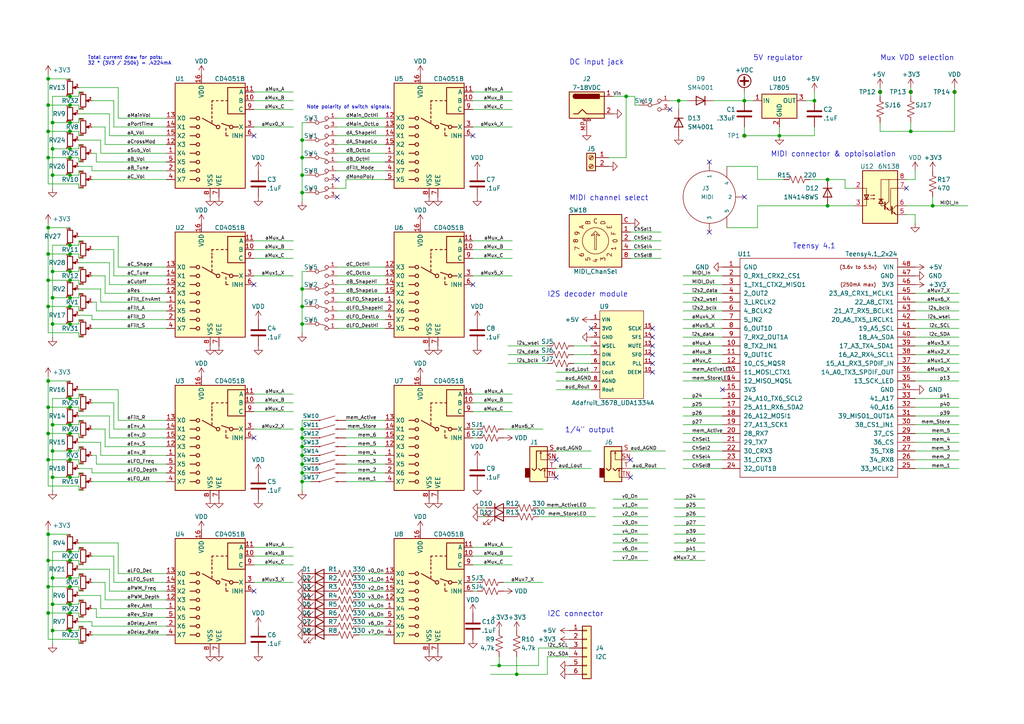
<source format=kicad_sch>
(kicad_sch (version 20211123) (generator eeschema)
  (paper "A4")
  (title_block (title "TeensyPoly41") (date "2022/09/22") (rev "A"))
  (junction (at 20.32 27.94))
  (junction (at 215.9 39.37))
  (junction (at 196.85 29.21))
  (junction (at 264.16 38.1))
  (junction (at 276.86 26.6664))
  (junction (at 13.97 125.73))
  (junction (at 13.97 154.94))
  (junction (at 264.16 26.67))
  (junction (at 20.32 123.19))
  (junction (at 20.32 86.36))
  (junction (at 20.32 130.81))
  (junction (at 20.32 88.9))
  (junction (at 13.97 133.35))
  (junction (at 87.63 129.54))
  (junction (at 87.63 88.9))
  (junction (at 215.9 29.21))
  (junction (at 13.97 162.56))
  (junction (at 226.06 39.37))
  (junction (at 20.32 81.28))
  (junction (at 20.32 115.57))
  (junction (at 15.24 93.98))
  (junction (at 87.63 137.16))
  (junction (at 15.24 43.18))
  (junction (at 13.97 30.48))
  (junction (at 15.24 182.88))
  (junction (at 240.03 59.69))
  (junction (at 20.32 73.66))
  (junction (at 20.32 50.8))
  (junction (at 20.32 182.88))
  (junction (at 20.32 93.98))
  (junction (at 87.63 132.08))
  (junction (at 20.32 138.43))
  (junction (at 15.24 35.56))
  (junction (at 13.97 81.28))
  (junction (at 144.78 193.04))
  (junction (at 87.63 93.98))
  (junction (at 20.32 177.8))
  (junction (at 20.32 175.26))
  (junction (at 20.32 125.73))
  (junction (at 15.24 50.8))
  (junction (at 13.97 45.72))
  (junction (at 236.22 29.21))
  (junction (at 13.97 110.49))
  (junction (at 13.97 118.11))
  (junction (at 181.61 27.94))
  (junction (at 20.32 170.18))
  (junction (at 87.63 124.46))
  (junction (at 149.86 195.58))
  (junction (at 87.63 127))
  (junction (at 87.63 134.62))
  (junction (at 87.63 55.88))
  (junction (at 20.32 71.12))
  (junction (at 15.24 78.74))
  (junction (at 270.51 59.69))
  (junction (at 15.24 175.26))
  (junction (at 20.32 43.18))
  (junction (at 20.32 133.35))
  (junction (at 20.32 30.48))
  (junction (at 13.97 22.86))
  (junction (at 15.24 86.36))
  (junction (at 20.32 118.11))
  (junction (at 13.97 66.04))
  (junction (at 87.63 83.82))
  (junction (at 15.24 123.19))
  (junction (at 255.27 26.67))
  (junction (at 20.32 167.64))
  (junction (at 20.32 35.56))
  (junction (at 87.63 45.72))
  (junction (at 20.32 45.72))
  (junction (at 15.24 167.64))
  (junction (at 87.63 50.8))
  (junction (at 13.97 73.66))
  (junction (at 15.24 130.81))
  (junction (at 20.32 160.02))
  (junction (at 20.32 162.56))
  (junction (at 20.32 38.1))
  (junction (at 13.97 38.1))
  (junction (at 240.03 52.07))
  (junction (at 13.97 170.18))
  (junction (at 20.32 78.74))
  (junction (at 87.63 40.64))
  (junction (at 87.63 139.7))
  (junction (at 15.24 138.43))
  (junction (at 13.97 177.8))
  (junction (at 13.97 88.9))
  (no_connect (at 161.29 133.35))
  (no_connect (at 182.88 133.35))
  (no_connect (at 161.29 138.43))
  (no_connect (at 182.88 138.43))
  (no_connect (at 262.89 54.61))
  (no_connect (at 73.66 127))
  (no_connect (at 171.45 95.25))
  (no_connect (at 205.74 46.99))
  (no_connect (at 97.79 57.15))
  (no_connect (at 189.23 97.79))
  (no_connect (at 189.23 102.87))
  (no_connect (at 73.66 82.55))
  (no_connect (at 205.74 67.31))
  (no_connect (at 137.16 39.37))
  (no_connect (at 73.66 39.37))
  (no_connect (at 137.16 82.55))
  (no_connect (at 97.79 52.07))
  (no_connect (at 215.9 57.15))
  (no_connect (at 209.55 113.03))
  (no_connect (at 189.23 95.25))
  (no_connect (at 189.23 105.41))
  (no_connect (at 189.23 107.95))
  (no_connect (at 194.31 31.75))
  (no_connect (at 73.66 171.45))
  (no_connect (at 189.23 100.33))
  (wire (pts (xy 30.48 124.46) (xy 26.67 124.46)))
  (wire (pts (xy 100.33 52.07) (xy 111.76 52.07)))
  (wire (pts (xy 31.75 82.55) (xy 48.26 82.55)))
  (wire (pts (xy 30.48 41.91) (xy 30.48 36.83)))
  (wire (pts (xy 85.09 161.29) (xy 73.66 161.29)))
  (wire (pts (xy 33.02 72.39) (xy 26.67 72.39)))
  (wire (pts (xy 26.67 180.34) (xy 22.86 180.34)))
  (wire (pts (xy 137.16 168.91) (xy 138.43 168.91)))
  (wire (pts (xy 30.48 80.01) (xy 26.67 80.01)))
  (wire (pts (xy 26.67 137.16) (xy 26.67 135.89)))
  (wire (pts (xy 13.97 96.52) (xy 22.86 96.52)))
  (wire (pts (xy 264.16 38.1) (xy 276.86 38.1)))
  (wire (pts (xy 181.61 27.94) (xy 181.61 45.72)))
  (wire (pts (xy 13.97 185.42) (xy 13.97 177.8)))
  (wire (pts (xy 185.42 30.48) (xy 184.15 30.48)))
  (wire (pts (xy 15.24 182.88) (xy 20.32 182.88)))
  (wire (pts (xy 87.63 137.16) (xy 87.63 139.7)))
  (wire (pts (xy 97.79 85.09) (xy 111.76 85.09)))
  (wire (pts (xy 139.7 149.86) (xy 140.97 149.86)))
  (wire (pts (xy 13.97 170.18) (xy 13.97 162.56)))
  (wire (pts (xy 20.32 78.74) (xy 22.86 78.74)))
  (wire (pts (xy 20.32 73.66) (xy 22.86 73.66)))
  (wire (pts (xy 29.21 172.72) (xy 22.86 172.72)))
  (wire (pts (xy 22.86 142.24) (xy 22.86 140.97)))
  (wire (pts (xy 97.79 82.55) (xy 111.76 82.55)))
  (wire (pts (xy 87.63 134.62) (xy 90.17 134.62)))
  (wire (pts (xy 24.13 129.54) (xy 22.86 129.54)))
  (wire (pts (xy 22.86 92.71) (xy 22.86 93.98)))
  (wire (pts (xy 34.29 77.47) (xy 48.26 77.47)))
  (wire (pts (xy 219.71 52.07) (xy 227.33 52.07)))
  (wire (pts (xy 198.12 135.89) (xy 209.55 135.89)))
  (wire (pts (xy 139.7 147.32) (xy 140.97 147.32)))
  (wire (pts (xy 26.67 92.71) (xy 48.26 92.71)))
  (wire (pts (xy 27.94 134.62) (xy 27.94 132.08)))
  (wire (pts (xy 104.14 179.07) (xy 111.76 179.07)))
  (wire (pts (xy 97.79 39.37) (xy 111.76 39.37)))
  (wire (pts (xy 15.24 93.98) (xy 20.32 93.98)))
  (wire (pts (xy 33.02 29.21) (xy 26.67 29.21)))
  (wire (pts (xy 13.97 125.73) (xy 20.32 125.73)))
  (wire (pts (xy 100.33 54.61) (xy 100.33 52.07)))
  (wire (pts (xy 97.79 36.83) (xy 111.76 36.83)))
  (wire (pts (xy 148.59 74.93) (xy 137.16 74.93)))
  (wire (pts (xy 24.13 74.93) (xy 22.86 74.93)))
  (wire (pts (xy 137.16 127) (xy 138.43 127)))
  (wire (pts (xy 13.97 162.56) (xy 20.32 162.56)))
  (wire (pts (xy 198.12 100.33) (xy 209.55 100.33)))
  (wire (pts (xy 97.79 95.25) (xy 111.76 95.25)))
  (wire (pts (xy 137.16 171.45) (xy 138.43 171.45)))
  (wire (pts (xy 247.65 54.61) (xy 245.11 54.61)))
  (wire (pts (xy 85.09 163.83) (xy 73.66 163.83)))
  (wire (pts (xy 15.24 160.02) (xy 15.24 167.64)))
  (wire (pts (xy 15.24 138.43) (xy 15.24 142.24)))
  (wire (pts (xy 13.97 140.97) (xy 13.97 133.35)))
  (wire (pts (xy 33.02 168.91) (xy 48.26 168.91)))
  (wire (pts (xy 29.21 132.08) (xy 29.21 128.27)))
  (wire (pts (xy 264.16 26.67) (xy 264.16 27.94)))
  (wire (pts (xy 22.86 137.16) (xy 22.86 138.43)))
  (wire (pts (xy 20.32 133.35) (xy 22.86 133.35)))
  (wire (pts (xy 87.63 93.98) (xy 88.9 93.98)))
  (wire (pts (xy 195.58 162.56) (xy 204.47 162.56)))
  (wire (pts (xy 22.86 173.99) (xy 22.86 175.26)))
  (wire (pts (xy 24.13 181.61) (xy 22.86 181.61)))
  (wire (pts (xy 182.88 69.85) (xy 191.77 69.85)))
  (wire (pts (xy 87.63 78.74) (xy 87.63 83.82)))
  (wire (pts (xy 31.75 39.37) (xy 31.75 33.02)))
  (wire (pts (xy 137.16 36.83) (xy 148.59 36.83)))
  (wire (pts (xy 30.48 41.91) (xy 48.26 41.91)))
  (wire (pts (xy 29.21 132.08) (xy 48.26 132.08)))
  (wire (pts (xy 97.79 80.01) (xy 111.76 80.01)))
  (wire (pts (xy 97.79 49.53) (xy 111.76 49.53)))
  (wire (pts (xy 13.97 177.8) (xy 13.97 170.18)))
  (wire (pts (xy 182.88 130.81) (xy 193.04 130.81)))
  (wire (pts (xy 196.85 29.21) (xy 199.39 29.21)))
  (wire (pts (xy 20.32 162.56) (xy 22.86 162.56)))
  (wire (pts (xy 20.32 27.94) (xy 22.86 27.94)))
  (wire (pts (xy 20.32 50.8) (xy 22.86 50.8)))
  (wire (pts (xy 87.63 129.54) (xy 87.63 132.08)))
  (wire (pts (xy 24.13 163.83) (xy 22.86 163.83)))
  (wire (pts (xy 195.58 152.4) (xy 204.47 152.4)))
  (wire (pts (xy 15.24 86.36) (xy 20.32 86.36)))
  (wire (pts (xy 22.86 179.07) (xy 22.86 177.8)))
  (wire (pts (xy 87.63 127) (xy 87.63 129.54)))
  (wire (pts (xy 15.24 130.81) (xy 20.32 130.81)))
  (wire (pts (xy 30.48 129.54) (xy 48.26 129.54)))
  (wire (pts (xy 219.71 59.69) (xy 219.71 66.04)))
  (wire (pts (xy 29.21 44.45) (xy 48.26 44.45)))
  (wire (pts (xy 15.24 175.26) (xy 15.24 182.88)))
  (wire (pts (xy 87.63 93.98) (xy 87.63 96.52)))
  (wire (pts (xy 34.29 25.4) (xy 22.86 25.4)))
  (wire (pts (xy 177.8 154.94) (xy 187.96 154.94)))
  (wire (pts (xy 22.86 114.3) (xy 22.86 115.57)))
  (wire (pts (xy 90.17 127) (xy 87.63 127)))
  (wire (pts (xy 13.97 88.9) (xy 20.32 88.9)))
  (wire (pts (xy 276.86 38.1) (xy 276.86 26.6664)))
  (wire (pts (xy 210.82 66.04) (xy 219.71 66.04)))
  (wire (pts (xy 265.43 133.35) (xy 278.13 133.35)))
  (wire (pts (xy 177.8 147.32) (xy 187.96 147.32)))
  (wire (pts (xy 144.78 193.04) (xy 156.21 193.04)))
  (wire (pts (xy 215.9 26.67) (xy 215.9 29.21)))
  (wire (pts (xy 13.97 125.73) (xy 13.97 118.11)))
  (wire (pts (xy 15.24 35.56) (xy 15.24 43.18)))
  (wire (pts (xy 15.24 160.02) (xy 20.32 160.02)))
  (wire (pts (xy 148.59 158.75) (xy 137.16 158.75)))
  (wire (pts (xy 13.97 81.28) (xy 13.97 73.66)))
  (wire (pts (xy 31.75 171.45) (xy 31.75 165.1)))
  (wire (pts (xy 15.24 27.94) (xy 20.32 27.94)))
  (wire (pts (xy 34.29 113.03) (xy 22.86 113.03)))
  (wire (pts (xy 13.97 96.52) (xy 13.97 88.9)))
  (wire (pts (xy 20.32 118.11) (xy 22.86 118.11)))
  (wire (pts (xy 13.97 88.9) (xy 13.97 81.28)))
  (wire (pts (xy 194.31 29.21) (xy 196.85 29.21)))
  (wire (pts (xy 15.24 130.81) (xy 15.24 138.43)))
  (wire (pts (xy 146.05 124.46) (xy 157.48 124.46)))
  (wire (pts (xy 137.16 124.46) (xy 138.43 124.46)))
  (wire (pts (xy 255.27 26.67) (xy 255.27 27.94)))
  (wire (pts (xy 29.21 83.82) (xy 22.86 83.82)))
  (wire (pts (xy 20.32 35.56) (xy 22.86 35.56)))
  (wire (pts (xy 236.22 36.83) (xy 236.22 39.37)))
  (wire (pts (xy 24.13 166.37) (xy 22.86 166.37)))
  (wire (pts (xy 177.8 162.56) (xy 187.96 162.56)))
  (wire (pts (xy 85.09 29.21) (xy 73.66 29.21)))
  (wire (pts (xy 31.75 120.65) (xy 22.86 120.65)))
  (wire (pts (xy 73.66 80.01) (xy 85.09 80.01)))
  (wire (pts (xy 236.22 26.67) (xy 236.22 29.21)))
  (wire (pts (xy 20.32 43.18) (xy 22.86 43.18)))
  (wire (pts (xy 30.48 173.99) (xy 30.48 168.91)))
  (wire (pts (xy 13.97 53.34) (xy 13.97 45.72)))
  (wire (pts (xy 182.88 135.89) (xy 193.04 135.89)))
  (wire (pts (xy 158.75 190.5) (xy 158.75 195.58)))
  (wire (pts (xy 85.09 116.84) (xy 73.66 116.84)))
  (wire (pts (xy 148.59 29.21) (xy 137.16 29.21)))
  (wire (pts (xy 147.32 102.87) (xy 158.75 102.87)))
  (wire (pts (xy 166.37 100.33) (xy 171.45 100.33)))
  (wire (pts (xy 262.89 59.69) (xy 270.51 59.69)))
  (wire (pts (xy 198.12 80.01) (xy 209.55 80.01)))
  (wire (pts (xy 13.97 22.86) (xy 13.97 21.59)))
  (wire (pts (xy 24.13 173.99) (xy 22.86 173.99)))
  (wire (pts (xy 87.63 35.56) (xy 87.63 40.64)))
  (wire (pts (xy 33.02 80.01) (xy 33.02 72.39)))
  (wire (pts (xy 13.97 110.49) (xy 20.32 110.49)))
  (wire (pts (xy 165.1 187.96) (xy 156.21 187.96)))
  (wire (pts (xy 26.67 52.07) (xy 48.26 52.07)))
  (wire (pts (xy 97.79 34.29) (xy 111.76 34.29)))
  (wire (pts (xy 182.88 67.31) (xy 191.77 67.31)))
  (wire (pts (xy 177.8 144.78) (xy 187.96 144.78)))
  (wire (pts (xy 24.13 92.71) (xy 22.86 92.71)))
  (wire (pts (xy 264.16 25.4) (xy 264.16 26.67)))
  (wire (pts (xy 20.32 138.43) (xy 22.86 138.43)))
  (wire (pts (xy 24.13 34.29) (xy 22.86 34.29)))
  (wire (pts (xy 24.13 46.99) (xy 22.86 46.99)))
  (wire (pts (xy 265.43 85.09) (xy 278.13 85.09)))
  (wire (pts (xy 265.43 123.19) (xy 278.13 123.19)))
  (wire (pts (xy 156.21 147.32) (xy 172.72 147.32)))
  (wire (pts (xy 85.09 74.93) (xy 73.66 74.93)))
  (wire (pts (xy 20.32 167.64) (xy 22.86 167.64)))
  (wire (pts (xy 15.24 175.26) (xy 20.32 175.26)))
  (wire (pts (xy 24.13 54.61) (xy 22.86 54.61)))
  (wire (pts (xy 26.67 95.25) (xy 48.26 95.25)))
  (wire (pts (xy 245.11 54.61) (xy 245.11 52.07)))
  (wire (pts (xy 15.24 86.36) (xy 15.24 93.98)))
  (wire (pts (xy 97.79 46.99) (xy 111.76 46.99)))
  (wire (pts (xy 265.43 120.65) (xy 278.13 120.65)))
  (wire (pts (xy 13.97 22.86) (xy 20.32 22.86)))
  (wire (pts (xy 85.09 72.39) (xy 73.66 72.39)))
  (wire (pts (xy 265.43 92.71) (xy 278.13 92.71)))
  (wire (pts (xy 97.79 92.71) (xy 111.76 92.71)))
  (wire (pts (xy 88.9 78.74) (xy 87.63 78.74)))
  (wire (pts (xy 20.32 115.57) (xy 22.86 115.57)))
  (wire (pts (xy 22.86 90.17) (xy 22.86 88.9)))
  (wire (pts (xy 26.67 139.7) (xy 48.26 139.7)))
  (wire (pts (xy 13.97 177.8) (xy 20.32 177.8)))
  (wire (pts (xy 15.24 115.57) (xy 20.32 115.57)))
  (wire (pts (xy 137.16 80.01) (xy 148.59 80.01)))
  (wire (pts (xy 13.97 45.72) (xy 20.32 45.72)))
  (wire (pts (xy 215.9 36.83) (xy 215.9 39.37)))
  (wire (pts (xy 15.24 167.64) (xy 15.24 175.26)))
  (wire (pts (xy 22.86 171.45) (xy 22.86 170.18)))
  (wire (pts (xy 22.86 41.91) (xy 22.86 43.18)))
  (wire (pts (xy 233.68 29.21) (xy 236.22 29.21)))
  (wire (pts (xy 24.13 142.24) (xy 22.86 142.24)))
  (wire (pts (xy 22.86 46.99) (xy 22.86 45.72)))
  (wire (pts (xy 100.33 129.54) (xy 111.76 129.54)))
  (wire (pts (xy 195.58 160.02) (xy 204.47 160.02)))
  (wire (pts (xy 87.63 40.64) (xy 88.9 40.64)))
  (wire (pts (xy 13.97 22.86) (xy 13.97 30.48)))
  (wire (pts (xy 27.94 132.08) (xy 26.67 132.08)))
  (wire (pts (xy 270.51 57.15) (xy 270.51 59.69)))
  (wire (pts (xy 13.97 154.94) (xy 13.97 162.56)))
  (wire (pts (xy 147.32 105.41) (xy 158.75 105.41)))
  (wire (pts (xy 265.43 118.11) (xy 278.13 118.11)))
  (wire (pts (xy 27.94 44.45) (xy 26.67 44.45)))
  (wire (pts (xy 13.97 38.1) (xy 13.97 30.48)))
  (wire (pts (xy 161.29 113.03) (xy 171.45 113.03)))
  (wire (pts (xy 24.13 31.75) (xy 22.86 31.75)))
  (wire (pts (xy 182.88 74.93) (xy 191.77 74.93)))
  (wire (pts (xy 34.29 166.37) (xy 48.26 166.37)))
  (wire (pts (xy 97.79 54.61) (xy 100.33 54.61)))
  (wire (pts (xy 198.12 128.27) (xy 209.55 128.27)))
  (wire (pts (xy 15.24 138.43) (xy 20.32 138.43)))
  (wire (pts (xy 198.12 130.81) (xy 209.55 130.81)))
  (wire (pts (xy 148.59 119.38) (xy 137.16 119.38)))
  (wire (pts (xy 90.17 121.92) (xy 87.63 121.92)))
  (wire (pts (xy 104.14 176.53) (xy 111.76 176.53)))
  (wire (pts (xy 34.29 166.37) (xy 34.29 157.48)))
  (wire (pts (xy 198.12 102.87) (xy 209.55 102.87)))
  (wire (pts (xy 219.71 59.69) (xy 240.03 59.69)))
  (wire (pts (xy 33.02 161.29) (xy 26.67 161.29)))
  (wire (pts (xy 27.94 46.99) (xy 48.26 46.99)))
  (wire (pts (xy 15.24 115.57) (xy 15.24 123.19)))
  (wire (pts (xy 22.86 166.37) (xy 22.86 167.64)))
  (wire (pts (xy 198.12 95.25) (xy 209.55 95.25)))
  (wire (pts (xy 148.59 163.83) (xy 137.16 163.83)))
  (wire (pts (xy 87.63 83.82) (xy 88.9 83.82)))
  (wire (pts (xy 87.63 124.46) (xy 87.63 127)))
  (wire (pts (xy 29.21 44.45) (xy 29.21 40.64)))
  (wire (pts (xy 24.13 85.09) (xy 22.86 85.09)))
  (wire (pts (xy 198.12 123.19) (xy 209.55 123.19)))
  (wire (pts (xy 265.43 105.41) (xy 278.13 105.41)))
  (wire (pts (xy 13.97 30.48) (xy 20.32 30.48)))
  (wire (pts (xy 30.48 173.99) (xy 48.26 173.99)))
  (wire (pts (xy 22.86 49.53) (xy 22.86 50.8)))
  (wire (pts (xy 24.13 119.38) (xy 22.86 119.38)))
  (wire (pts (xy 27.94 90.17) (xy 27.94 87.63)))
  (wire (pts (xy 24.13 97.79) (xy 22.86 97.79)))
  (wire (pts (xy 15.24 71.12) (xy 20.32 71.12)))
  (wire (pts (xy 198.12 110.49) (xy 209.55 110.49)))
  (wire (pts (xy 265.43 128.27) (xy 278.13 128.27)))
  (wire (pts (xy 26.67 181.61) (xy 26.67 180.34)))
  (wire (pts (xy 87.63 121.92) (xy 87.63 124.46)))
  (wire (pts (xy 20.32 30.48) (xy 22.86 30.48)))
  (wire (pts (xy 87.63 45.72) (xy 88.9 45.72)))
  (wire (pts (xy 13.97 66.04) (xy 20.32 66.04)))
  (wire (pts (xy 87.63 139.7) (xy 87.63 142.24)))
  (wire (pts (xy 13.97 154.94) (xy 20.32 154.94)))
  (wire (pts (xy 177.8 149.86) (xy 187.96 149.86)))
  (wire (pts (xy 20.32 71.12) (xy 22.86 71.12)))
  (wire (pts (xy 184.15 30.48) (xy 184.15 27.94)))
  (wire (pts (xy 22.86 119.38) (xy 22.86 118.11)))
  (wire (pts (xy 29.21 87.63) (xy 29.21 83.82)))
  (wire (pts (xy 22.86 26.67) (xy 22.86 27.94)))
  (wire (pts (xy 33.02 36.83) (xy 33.02 29.21)))
  (wire (pts (xy 13.97 81.28) (xy 20.32 81.28)))
  (wire (pts (xy 20.32 86.36) (xy 22.86 86.36)))
  (wire (pts (xy 198.12 115.57) (xy 209.55 115.57)))
  (wire (pts (xy 73.66 124.46) (xy 85.09 124.46)))
  (wire (pts (xy 146.05 168.91) (xy 157.48 168.91)))
  (wire (pts (xy 33.02 36.83) (xy 48.26 36.83)))
  (wire (pts (xy 33.02 168.91) (xy 33.02 161.29)))
  (wire (pts (xy 26.67 181.61) (xy 48.26 181.61)))
  (wire (pts (xy 20.32 125.73) (xy 22.86 125.73)))
  (wire (pts (xy 24.13 39.37) (xy 22.86 39.37)))
  (wire (pts (xy 15.24 35.56) (xy 20.32 35.56)))
  (wire (pts (xy 166.37 105.41) (xy 171.45 105.41)))
  (wire (pts (xy 15.24 93.98) (xy 15.24 97.79)))
  (wire (pts (xy 177.8 160.02) (xy 187.96 160.02)))
  (wire (pts (xy 87.63 55.88) (xy 87.63 58.42)))
  (wire (pts (xy 104.14 181.61) (xy 111.76 181.61)))
  (wire (pts (xy 27.94 176.53) (xy 26.67 176.53)))
  (wire (pts (xy 195.58 149.86) (xy 204.47 149.86)))
  (wire (pts (xy 34.29 34.29) (xy 48.26 34.29)))
  (wire (pts (xy 265.43 115.57) (xy 278.13 115.57)))
  (wire (pts (xy 97.79 44.45) (xy 111.76 44.45)))
  (wire (pts (xy 22.86 82.55) (xy 22.86 81.28)))
  (wire (pts (xy 90.17 124.46) (xy 87.63 124.46)))
  (wire (pts (xy 24.13 121.92) (xy 22.86 121.92)))
  (wire (pts (xy 195.58 144.78) (xy 204.47 144.78)))
  (wire (pts (xy 104.14 166.37) (xy 111.76 166.37)))
  (wire (pts (xy 22.86 181.61) (xy 22.86 182.88)))
  (wire (pts (xy 255.27 35.56) (xy 255.27 38.1)))
  (wire (pts (xy 33.02 124.46) (xy 33.02 116.84)))
  (wire (pts (xy 24.13 127) (xy 22.86 127)))
  (wire (pts (xy 184.15 27.94) (xy 181.61 27.94)))
  (wire (pts (xy 34.29 77.47) (xy 34.29 68.58)))
  (wire (pts (xy 85.09 69.85) (xy 73.66 69.85)))
  (wire (pts (xy 13.97 110.49) (xy 13.97 118.11)))
  (wire (pts (xy 100.33 134.62) (xy 111.76 134.62)))
  (wire (pts (xy 24.13 158.75) (xy 22.86 158.75)))
  (wire (pts (xy 30.48 129.54) (xy 30.48 124.46)))
  (wire (pts (xy 24.13 77.47) (xy 22.86 77.47)))
  (wire (pts (xy 100.33 121.92) (xy 111.76 121.92)))
  (wire (pts (xy 20.32 88.9) (xy 22.86 88.9)))
  (wire (pts (xy 26.67 184.15) (xy 48.26 184.15)))
  (wire (pts (xy 27.94 179.07) (xy 27.94 176.53)))
  (wire (pts (xy 22.86 97.79) (xy 22.86 96.52)))
  (wire (pts (xy 255.27 25.4) (xy 255.27 26.67)))
  (wire (pts (xy 87.63 55.88) (xy 88.9 55.88)))
  (wire (pts (xy 27.94 87.63) (xy 26.67 87.63)))
  (wire (pts (xy 265.43 87.63) (xy 278.13 87.63)))
  (wire (pts (xy 198.12 97.79) (xy 209.55 97.79)))
  (wire (pts (xy 87.63 132.08) (xy 87.63 134.62)))
  (wire (pts (xy 20.32 38.1) (xy 22.86 38.1)))
  (wire (pts (xy 26.67 135.89) (xy 22.86 135.89)))
  (wire (pts (xy 182.88 72.39) (xy 191.77 72.39)))
  (wire (pts (xy 100.33 139.7) (xy 111.76 139.7)))
  (wire (pts (xy 198.12 82.55) (xy 209.55 82.55)))
  (wire (pts (xy 30.48 85.09) (xy 48.26 85.09)))
  (wire (pts (xy 198.12 120.65) (xy 209.55 120.65)))
  (wire (pts (xy 24.13 137.16) (xy 22.86 137.16)))
  (wire (pts (xy 158.75 195.58) (xy 149.86 195.58)))
  (wire (pts (xy 195.58 154.94) (xy 204.47 154.94)))
  (wire (pts (xy 24.13 82.55) (xy 22.86 82.55)))
  (wire (pts (xy 20.32 130.81) (xy 22.86 130.81)))
  (wire (pts (xy 15.24 78.74) (xy 20.32 78.74)))
  (wire (pts (xy 20.32 81.28) (xy 22.86 81.28)))
  (wire (pts (xy 26.67 49.53) (xy 48.26 49.53)))
  (wire (pts (xy 73.66 36.83) (xy 85.09 36.83)))
  (wire (pts (xy 13.97 53.34) (xy 22.86 53.34)))
  (wire (pts (xy 22.86 134.62) (xy 22.86 133.35)))
  (wire (pts (xy 265.43 90.17) (xy 278.13 90.17)))
  (wire (pts (xy 26.67 91.44) (xy 22.86 91.44)))
  (wire (pts (xy 29.21 40.64) (xy 22.86 40.64)))
  (wire (pts (xy 100.33 137.16) (xy 111.76 137.16)))
  (wire (pts (xy 198.12 133.35) (xy 209.55 133.35)))
  (wire (pts (xy 142.24 193.04) (xy 144.78 193.04)))
  (wire (pts (xy 85.09 31.75) (xy 73.66 31.75)))
  (wire (pts (xy 270.51 59.69) (xy 280.67 59.69)))
  (wire (pts (xy 148.59 161.29) (xy 137.16 161.29)))
  (wire (pts (xy 33.02 116.84) (xy 26.67 116.84)))
  (wire (pts (xy 198.12 85.09) (xy 209.55 85.09)))
  (wire (pts (xy 15.24 167.64) (xy 20.32 167.64)))
  (wire (pts (xy 198.12 125.73) (xy 209.55 125.73)))
  (wire (pts (xy 22.86 158.75) (xy 22.86 160.02)))
  (wire (pts (xy 13.97 185.42) (xy 22.86 185.42)))
  (wire (pts (xy 144.78 190.5) (xy 144.78 193.04)))
  (wire (pts (xy 15.24 50.8) (xy 20.32 50.8)))
  (wire (pts (xy 276.86 26.6664) (xy 276.86 25.4)))
  (wire (pts (xy 149.86 190.5) (xy 149.86 195.58)))
  (wire (pts (xy 20.32 177.8) (xy 22.86 177.8)))
  (wire (pts (xy 15.24 71.12) (xy 15.24 78.74)))
  (wire (pts (xy 26.67 137.16) (xy 48.26 137.16)))
  (wire (pts (xy 24.13 90.17) (xy 22.86 90.17)))
  (wire (pts (xy 13.97 38.1) (xy 20.32 38.1)))
  (wire (pts (xy 100.33 132.08) (xy 111.76 132.08)))
  (wire (pts (xy 265.43 97.79) (xy 278.13 97.79)))
  (wire (pts (xy 31.75 127) (xy 31.75 120.65)))
  (wire (pts (xy 198.12 92.71) (xy 209.55 92.71)))
  (wire (pts (xy 29.21 87.63) (xy 48.26 87.63)))
  (wire (pts (xy 142.24 195.58) (xy 149.86 195.58)))
  (wire (pts (xy 97.79 87.63) (xy 111.76 87.63)))
  (wire (pts (xy 148.59 116.84) (xy 137.16 116.84)))
  (wire (pts (xy 30.48 36.83) (xy 26.67 36.83)))
  (wire (pts (xy 87.63 45.72) (xy 87.63 50.8)))
  (wire (pts (xy 24.13 134.62) (xy 22.86 134.62)))
  (wire (pts (xy 31.75 171.45) (xy 48.26 171.45)))
  (wire (pts (xy 20.32 182.88) (xy 22.86 182.88)))
  (wire (pts (xy 240.03 59.69) (xy 247.65 59.69)))
  (wire (pts (xy 31.75 127) (xy 48.26 127)))
  (wire (pts (xy 85.09 114.3) (xy 73.66 114.3)))
  (wire (pts (xy 97.79 41.91) (xy 111.76 41.91)))
  (wire (pts (xy 87.63 88.9) (xy 88.9 88.9)))
  (wire (pts (xy 166.37 102.87) (xy 171.45 102.87)))
  (wire (pts (xy 265.43 102.87) (xy 278.13 102.87)))
  (wire (pts (xy 20.32 123.19) (xy 22.86 123.19)))
  (wire (pts (xy 22.86 163.83) (xy 22.86 162.56)))
  (wire (pts (xy 156.21 149.86) (xy 172.72 149.86)))
  (wire (pts (xy 87.63 50.8) (xy 87.63 55.88)))
  (wire (pts (xy 176.53 45.72) (xy 181.61 45.72)))
  (wire (pts (xy 13.97 170.18) (xy 20.32 170.18)))
  (wire (pts (xy 13.97 66.04) (xy 13.97 73.66)))
  (wire (pts (xy 207.01 29.21) (xy 215.9 29.21)))
  (wire (pts (xy 33.02 80.01) (xy 48.26 80.01)))
  (wire (pts (xy 265.43 95.25) (xy 278.13 95.25)))
  (wire (pts (xy 262.89 52.07) (xy 265.43 52.07)))
  (wire (pts (xy 104.14 171.45) (xy 111.76 171.45)))
  (wire (pts (xy 198.12 87.63) (xy 209.55 87.63)))
  (wire (pts (xy 161.29 135.89) (xy 171.45 135.89)))
  (wire (pts (xy 215.9 29.21) (xy 218.44 29.21)))
  (wire (pts (xy 27.94 46.99) (xy 27.94 44.45)))
  (wire (pts (xy 34.29 121.92) (xy 34.29 113.03)))
  (wire (pts (xy 22.86 34.29) (xy 22.86 35.56)))
  (wire (pts (xy 161.29 107.95) (xy 171.45 107.95)))
  (wire (pts (xy 20.32 45.72) (xy 22.86 45.72)))
  (wire (pts (xy 31.75 33.02) (xy 22.86 33.02)))
  (wire (pts (xy 22.86 77.47) (xy 22.86 78.74)))
  (wire (pts (xy 22.86 54.61) (xy 22.86 53.34)))
  (wire (pts (xy 24.13 179.07) (xy 22.86 179.07)))
  (wire (pts (xy 198.12 107.95) (xy 209.55 107.95)))
  (wire (pts (xy 29.21 128.27) (xy 22.86 128.27)))
  (wire (pts (xy 22.86 74.93) (xy 22.86 73.66)))
  (wire (pts (xy 104.14 173.99) (xy 111.76 173.99)))
  (wire (pts (xy 177.8 157.48) (xy 187.96 157.48)))
  (wire (pts (xy 87.63 50.8) (xy 88.9 50.8)))
  (wire (pts (xy 13.97 45.72) (xy 13.97 38.1)))
  (wire (pts (xy 27.94 179.07) (xy 48.26 179.07)))
  (wire (pts (xy 262.89 62.23) (xy 265.43 62.23)))
  (wire (pts (xy 15.24 43.18) (xy 15.24 50.8)))
  (wire (pts (xy 264.16 35.56) (xy 264.16 38.1)))
  (wire (pts (xy 24.13 49.53) (xy 22.86 49.53)))
  (wire (pts (xy 85.09 119.38) (xy 73.66 119.38)))
  (wire (pts (xy 97.79 77.47) (xy 111.76 77.47)))
  (wire (pts (xy 13.97 110.49) (xy 13.97 109.22)))
  (wire (pts (xy 27.94 90.17) (xy 48.26 90.17)))
  (wire (pts (xy 22.86 186.69) (xy 22.86 185.42)))
  (wire (pts (xy 87.63 40.64) (xy 87.63 45.72)))
  (wire (pts (xy 265.43 100.33) (xy 278.13 100.33)))
  (wire (pts (xy 161.29 130.81) (xy 171.45 130.81)))
  (wire (pts (xy 104.14 184.15) (xy 111.76 184.15)))
  (wire (pts (xy 13.97 66.04) (xy 13.97 64.77)))
  (wire (pts (xy 177.8 152.4) (xy 187.96 152.4)))
  (wire (pts (xy 22.86 31.75) (xy 22.86 30.48)))
  (wire (pts (xy 15.24 27.94) (xy 15.24 35.56)))
  (wire (pts (xy 13.97 133.35) (xy 20.32 133.35)))
  (wire (pts (xy 13.97 133.35) (xy 13.97 125.73)))
  (wire (pts (xy 177.8 27.94) (xy 181.61 27.94)))
  (wire (pts (xy 87.63 132.08) (xy 90.17 132.08)))
  (wire (pts (xy 24.13 171.45) (xy 22.86 171.45)))
  (wire (pts (xy 15.24 50.8) (xy 15.24 54.61)))
  (wire (pts (xy 156.21 187.96) (xy 156.21 193.04)))
  (wire (pts (xy 20.32 93.98) (xy 22.86 93.98)))
  (wire (pts (xy 31.75 39.37) (xy 48.26 39.37)))
  (wire (pts (xy 87.63 83.82) (xy 87.63 88.9)))
  (wire (pts (xy 198.12 118.11) (xy 209.55 118.11)))
  (wire (pts (xy 234.95 52.07) (xy 240.03 52.07)))
  (wire (pts (xy 219.71 52.07) (xy 219.71 48.26)))
  (wire (pts (xy 31.75 165.1) (xy 22.86 165.1)))
  (wire (pts (xy 13.97 73.66) (xy 20.32 73.66)))
  (wire (pts (xy 198.12 105.41) (xy 209.55 105.41)))
  (wire (pts (xy 31.75 76.2) (xy 22.86 76.2)))
  (wire (pts (xy 22.86 127) (xy 22.86 125.73)))
  (wire (pts (xy 87.63 88.9) (xy 87.63 93.98)))
  (wire (pts (xy 20.32 175.26) (xy 22.86 175.26)))
  (wire (pts (xy 195.58 157.48) (xy 204.47 157.48)))
  (wire (pts (xy 24.13 69.85) (xy 22.86 69.85)))
  (wire (pts (xy 24.13 41.91) (xy 22.86 41.91)))
  (wire (pts (xy 24.13 186.69) (xy 22.86 186.69)))
  (wire (pts (xy 22.86 85.09) (xy 22.86 86.36)))
  (wire (pts (xy 147.32 100.33) (xy 158.75 100.33)))
  (wire (pts (xy 88.9 35.56) (xy 87.63 35.56)))
  (wire (pts (xy 26.67 92.71) (xy 26.67 91.44)))
  (wire (pts (xy 13.97 118.11) (xy 20.32 118.11)))
  (wire (pts (xy 215.9 39.37) (xy 226.06 39.37)))
  (wire (pts (xy 73.66 168.91) (xy 85.09 168.91)))
  (wire (pts (xy 265.43 130.81) (xy 278.13 130.81)))
  (wire (pts (xy 22.86 39.37) (xy 22.86 38.1)))
  (wire (pts (xy 26.67 48.26) (xy 22.86 48.26)))
  (wire (pts (xy 15.24 123.19) (xy 15.24 130.81)))
  (wire (pts (xy 226.06 39.37) (xy 236.22 39.37)))
  (wire (pts (xy 15.24 78.74) (xy 15.24 86.36)))
  (wire (pts (xy 34.29 157.48) (xy 22.86 157.48)))
  (wire (pts (xy 265.43 107.95) (xy 278.13 107.95)))
  (wire (pts (xy 31.75 82.55) (xy 31.75 76.2)))
  (wire (pts (xy 15.24 123.19) (xy 20.32 123.19)))
  (wire (pts (xy 148.59 114.3) (xy 137.16 114.3)))
  (wire (pts (xy 161.29 110.49) (xy 171.45 110.49)))
  (wire (pts (xy 148.59 31.75) (xy 137.16 31.75)))
  (wire (pts (xy 148.59 26.67) (xy 137.16 26.67)))
  (wire (pts (xy 34.29 34.29) (xy 34.29 25.4)))
  (wire (pts (xy 15.24 182.88) (xy 15.24 186.69)))
  (wire (pts (xy 24.13 114.3) (xy 22.86 114.3)))
  (wire (pts (xy 100.33 124.46) (xy 111.76 124.46)))
  (wire (pts (xy 87.63 139.7) (xy 90.17 139.7)))
  (wire (pts (xy 165.1 190.5) (xy 158.75 190.5)))
  (wire (pts (xy 265.43 110.49) (xy 278.13 110.49)))
  (wire (pts (xy 29.21 176.53) (xy 48.26 176.53)))
  (wire (pts (xy 34.29 121.92) (xy 48.26 121.92)))
  (wire (pts (xy 26.67 49.53) (xy 26.67 48.26)))
  (wire (pts (xy 22.86 69.85) (xy 22.86 71.12)))
  (wire (pts (xy 148.59 69.85) (xy 137.16 69.85)))
  (wire (pts (xy 240.03 52.07) (xy 245.11 52.07)))
  (wire (pts (xy 22.86 129.54) (xy 22.86 130.81)))
  (wire (pts (xy 20.32 160.02) (xy 22.86 160.02)))
  (wire (pts (xy 87.63 137.16) (xy 90.17 137.16)))
  (wire (pts (xy 30.48 85.09) (xy 30.48 80.01)))
  (wire (pts (xy 265.43 62.23) (xy 265.43 64.77)))
  (wire (pts (xy 22.86 121.92) (xy 22.86 123.19)))
  (wire (pts (xy 196.85 29.21) (xy 196.85 31.75)))
  (wire (pts (xy 97.79 90.17) (xy 111.76 90.17)))
  (wire (pts (xy 195.58 147.32) (xy 204.47 147.32)))
  (wire (pts (xy 265.43 52.07) (xy 265.43 49.53)))
  (wire (pts (xy 29.21 176.53) (xy 29.21 172.72)))
  (wire (pts (xy 100.33 127) (xy 111.76 127)))
  (wire (pts (xy 15.24 43.18) (xy 20.32 43.18)))
  (wire (pts (xy 148.59 72.39) (xy 137.16 72.39)))
  (wire (pts (xy 255.27 38.1) (xy 264.16 38.1)))
  (wire (pts (xy 30.48 168.91) (xy 26.67 168.91)))
  (wire (pts (xy 198.12 90.17) (xy 209.55 90.17)))
  (wire (pts (xy 265.43 135.89) (xy 278.13 135.89)))
  (wire (pts (xy 34.29 68.58) (xy 22.86 68.58)))
  (wire (pts (xy 24.13 26.67) (xy 22.86 26.67)))
  (wire (pts (xy 87.63 129.54) (xy 90.17 129.54)))
  (wire (pts (xy 13.97 140.97) (xy 22.86 140.97)))
  (wire (pts (xy 219.71 48.26) (xy 210.82 48.26)))
  (wire (pts (xy 265.43 125.73) (xy 278.13 125.73)))
  (wire (pts (xy 20.32 170.18) (xy 22.86 170.18)))
  (wire (pts (xy 85.09 26.67) (xy 73.66 26.67)))
  (wire (pts (xy 85.09 158.75) (xy 73.66 158.75)))
  (wire (pts (xy 33.02 124.46) (xy 48.26 124.46)))
  (wire (pts (xy 27.94 134.62) (xy 48.26 134.62)))
  (wire (pts (xy 226.06 36.83) (xy 226.06 39.37)))
  (wire (pts (xy 87.63 134.62) (xy 87.63 137.16)))
  (wire (pts (xy 13.97 154.94) (xy 13.97 153.67)))
  (wire (pts (xy 104.14 168.91) (xy 111.76 168.91)))
  (text "Mux VDD selection" (at 255.27 17.78 0) (effects (font (size 1.524 1.524)) (justify left bottom)))
  (text "Total current draw for pots:\n32 * (3V3 / 250k) = .4224mA" (at 25.4 19.05 0) (effects (font (size 1.016 1.016)) (justify left bottom)))
  (text "I2S decoder module" (at 158.75 86.36 0) (effects (font (size 1.524 1.524)) (justify left bottom)))
  (text "Teensy 4.1" (at 229.87 72.39 0) (effects (font (size 1.524 1.524)) (justify left bottom)))
  (text "DC input jack" (at 165.1 19.05 0) (effects (font (size 1.524 1.524)) (justify left bottom)))
  (text "MIDI channel select" (at 165.1 58.42 0) (effects (font (size 1.524 1.524)) (justify left bottom)))
  (text "I2C connector" (at 158.75 179.07 0) (effects (font (size 1.524 1.524)) (justify left bottom)))
  (text "MIDI connector & optoisolation" (at 223.52 45.72 0) (effects (font (size 1.524 1.524)) (justify left bottom)))
  (text "Note polarity of switch signals." (at 88.9 31.75 0) (effects (font (size 1.016 1.016)) (justify left bottom)))
  (text "1/4\" output" (at 163.83 125.73 0) (effects (font (size 1.524 1.524)) (justify left bottom)))
  (text "5V regulator" (at 218.44 17.78 0) (effects (font (size 1.524 1.524)) (justify left bottom)))
  (label "aMux_A" (at 82.55 69.85 180) (effects (font (size 1.016 1.016))))
  (label "dLFO_ShapeHi" (at 100.33 90.17 0) (effects (font (size 1.016 1.016))))
  (label "aMux3_X" (at 275.59 100.33 180) (effects (font (size 1.016 1.016))))
  (label "aEnv_A" (at 36.83 124.46 0) (effects (font (size 1.016 1.016))))
  (label "ChSel2" (at 189.23 69.85 180) (effects (font (size 1.016 1.016))))
  (label "aCrossMod" (at 36.83 41.91 0) (effects (font (size 1.016 1.016))))
  (label "mem_3" (at 109.1503 134.62 180) (effects (font (size 1.016 1.016))))
  (label "ChSel4" (at 189.23 72.39 180) (effects (font (size 1.016 1.016))))
  (label "dLFO_DestLo" (at 100.33 92.71 0) (effects (font (size 1.016 1.016))))
  (label "v6_On" (at 106.68 181.61 0) (effects (font (size 1.016 1.016))))
  (label "aMux5_X" (at 200.66 95.25 0) (effects (font (size 1.016 1.016))))
  (label "aMux_B" (at 146.05 29.21 180) (effects (font (size 1.016 1.016))))
  (label "ChSel8" (at 189.23 74.93 180) (effects (font (size 1.016 1.016))))
  (label "aFilt_EnvAmt" (at 36.83 87.63 0) (effects (font (size 1.016 1.016))))
  (label "aMux_C" (at 146.05 31.75 180) (effects (font (size 1.016 1.016))))
  (label "aMux_C" (at 146.05 74.93 180) (effects (font (size 1.016 1.016))))
  (label "mem_Store" (at 275.6597 123.19 180) (effects (font (size 1.016 1.016))))
  (label "dLFO_ShapeLo" (at 100.33 87.63 0) (effects (font (size 1.016 1.016))))
  (label "v2_On" (at 180.34 149.86 0) (effects (font (size 1.016 1.016))))
  (label "p27" (at 201.93 152.4 180) (effects (font (size 1.016 1.016))))
  (label "aMux_A" (at 82.55 114.3 180) (effects (font (size 1.016 1.016))))
  (label "aSub_Vol" (at 36.83 44.45 0) (effects (font (size 1.016 1.016))))
  (label "v4_On" (at 180.34 154.94 0) (effects (font (size 1.016 1.016))))
  (label "aMux4_X" (at 146.05 36.83 180) (effects (font (size 1.016 1.016))))
  (label "i2s_data" (at 149.86 102.87 0) (effects (font (size 1.016 1.016))))
  (label "ChSel4" (at 200.66 133.35 0) (effects (font (size 1.016 1.016))))
  (label "mem_4" (at 275.6597 128.27 180) (effects (font (size 1.016 1.016))))
  (label "aMux_C" (at 82.55 119.38 180) (effects (font (size 1.016 1.016))))
  (label "aMux_B" (at 146.05 161.29 180) (effects (font (size 1.016 1.016))))
  (label "aPWM_Freq" (at 36.83 171.45 0) (effects (font (size 1.016 1.016))))
  (label "v3_On" (at 180.34 152.4 0) (effects (font (size 1.016 1.016))))
  (label "aud_Rout" (at 190.5 135.89 180) (effects (font (size 1.016 1.016))))
  (label "aMainVol" (at 36.83 34.29 0) (effects (font (size 1.016 1.016))))
  (label "aud_Rout" (at 163.83 113.03 0) (effects (font (size 1.016 1.016))))
  (label "MIDI_In" (at 200.66 80.01 0) (effects (font (size 1.016 1.016))))
  (label "aMux7_X" (at 275.59 85.09 180) (effects (font (size 1.016 1.016))))
  (label "Vin" (at 177.8 27.94 0) (effects (font (size 1.016 1.016))))
  (label "p25" (at 200.66 118.11 0) (effects (font (size 1.016 1.016))))
  (label "aPortTime" (at 36.83 36.83 0) (effects (font (size 1.016 1.016))))
  (label "aMux_B" (at 146.05 72.39 180) (effects (font (size 1.016 1.016))))
  (label "aMux_C" (at 146.05 163.83 180) (effects (font (size 1.016 1.016))))
  (label "i2s_wsel" (at 275.59 92.71 180) (effects (font (size 1.016 1.016))))
  (label "aA_Vol" (at 36.83 39.37 0) (effects (font (size 1.016 1.016))))
  (label "aRev_Amt" (at 36.83 176.53 0) (effects (font (size 1.016 1.016))))
  (label "aLFO_Depth" (at 36.83 137.16 0) (effects (font (size 1.016 1.016))))
  (label "mem_1" (at 109.22 139.7 180) (effects (font (size 1.016 1.016))))
  (label "mem_5" (at 109.22 129.54 180) (effects (font (size 1.016 1.016))))
  (label "mem_3" (at 275.59 130.81 180) (effects (font (size 1.016 1.016))))
  (label "aMux3_X" (at 82.55 168.91 180) (effects (font (size 1.016 1.016))))
  (label "aMux_A" (at 146.05 69.85 180) (effects (font (size 1.016 1.016))))
  (label "aMux7_X" (at 201.93 162.56 180) (effects (font (size 1.016 1.016))))
  (label "aMux_A" (at 146.05 114.3 180) (effects (font (size 1.016 1.016))))
  (label "mem_5" (at 275.6597 125.73 180) (effects (font (size 1.016 1.016))))
  (label "aB_Tune" (at 36.83 49.53 0) (effects (font (size 1.016 1.016))))
  (label "aMux1_X" (at 82.55 80.01 180) (effects (font (size 1.016 1.016))))
  (label "ChSel2" (at 200.66 130.81 0) (effects (font (size 1.016 1.016))))
  (label "i2s2_data" (at 200.66 85.09 0) (effects (font (size 1.016 1.016))))
  (label "dB_OctLo" (at 100.33 44.45 0) (effects (font (size 1.016 1.016))))
  (label "dMain_OctHi" (at 100.33 34.29 0) (effects (font (size 1.016 1.016))))
  (label "ChSel8" (at 200.66 135.89 0) (effects (font (size 1.016 1.016))))
  (label "aLFO_Sust" (at 36.83 168.91 0) (effects (font (size 1.016 1.016))))
  (label "aLFO_Att" (at 36.83 139.7 0) (effects (font (size 1.016 1.016))))
  (label "mem_1" (at 275.6597 135.89 180) (effects (font (size 1.016 1.016))))
  (label "aud_AGND" (at 168.91 130.81 180) (effects (font (size 1.016 1.016))))
  (label "p24" (at 201.93 144.78 180) (effects (font (size 1.016 1.016))))
  (label "aud_Lout" (at 168.91 135.89 180) (effects (font (size 1.016 1.016))))
  (label "i2s2_wsel" (at 200.66 87.63 0) (effects (font (size 1.016 1.016))))
  (label "aMux_A" (at 146.05 26.67 180) (effects (font (size 1.016 1.016))))
  (label "dA_ShapeLo" (at 100.33 41.91 0) (effects (font (size 1.016 1.016))))
  (label "dMain_OctLo" (at 100.33 36.83 0) (effects (font (size 1.016 1.016))))
  (label "p41" (at 201.93 160.02 180) (effects (font (size 1.016 1.016))))
  (label "MIDI_Out" (at 200.66 82.55 0) (effects (font (size 1.016 1.016))))
  (label "mem_2" (at 109.22 137.16 180) (effects (font (size 1.016 1.016))))
  (label "aMux_C" (at 82.55 74.93 180) (effects (font (size 1.016 1.016))))
  (label "mem_ActiveLED" (at 170.18 147.32 180) (effects (font (size 1.016 1.016))))
  (label "aMux5_X" (at 146.05 80.01 180) (effects (font (size 1.016 1.016))))
  (label "mem_Active" (at 109.22 121.92 180) (effects (font (size 1.016 1.016))))
  (label "p27" (at 200.66 123.19 0) (effects (font (size 1.016 1.016))))
  (label "mem_ActiveLED" (at 200.66 107.95 0) (effects (font (size 1.016 1.016))))
  (label "aMux_C" (at 82.55 163.83 180) (effects (font (size 1.016 1.016))))
  (label "aMux_C" (at 82.55 31.75 180) (effects (font (size 1.016 1.016))))
  (label "aMux1_X" (at 275.59 105.41 180) (effects (font (size 1.016 1.016))))
  (label "aMux_B" (at 146.05 116.84 180) (effects (font (size 1.016 1.016))))
  (label "aDelay_Amt" (at 36.83 181.61 0) (effects (font (size 1.016 1.016))))
  (label "dB_OctHi" (at 100.33 46.99 0) (effects (font (size 1.016 1.016))))
  (label "dC_OctHi" (at 100.33 77.47 0) (effects (font (size 1.016 1.016))))
  (label "i2c_SCL" (at 158.75 187.96 0) (effects (font (size 1.016 1.016))))
  (label "v5_On" (at 180.34 157.48 0) (effects (font (size 1.016 1.016))))
  (label "aMux_B" (at 200.66 102.87 0) (effects (font (size 1.016 1.016))))
  (label "aMux2_X" (at 275.59 102.87 180) (effects (font (size 1.016 1.016))))
  (label "v4_On" (at 106.68 176.53 0) (effects (font (size 1.016 1.016))))
  (label "v5_On" (at 106.68 179.07 0) (effects (font (size 1.016 1.016))))
  (label "aMux_B" (at 82.55 29.21 180) (effects (font (size 1.016 1.016))))
  (label "aMux_A" (at 82.55 158.75 180) (effects (font (size 1.016 1.016))))
  (label "mem_2" (at 275.6597 133.35 180) (effects (font (size 1.016 1.016))))
  (label "aFilt_D" (at 36.83 92.71 0) (effects (font (size 1.016 1.016))))
  (label "aPWM_Depth" (at 36.83 173.99 0) (effects (font (size 1.016 1.016))))
  (label "dB_ShapeHi" (at 100.33 82.55 0) (effects (font (size 1.016 1.016))))
  (label "aFilt_R" (at 36.83 121.92 0) (effects (font (size 1.016 1.016))))
  (label "aMux0_X" (at 82.55 36.83 180) (effects (font (size 1.016 1.016))))
  (label "i2c_SDA" (at 158.75 190.5 0) (effects (font (size 1.016 1.016))))
  (label "dFilt_Mode" (at 100.33 49.53 0) (effects (font (size 1.016 1.016))))
  (label "aEnv_S" (at 36.83 129.54 0) (effects (font (size 1.016 1.016))))
  (label "mem_Active" (at 200.66 125.73 0) (effects (font (size 1.016 1.016))))
  (label "v6_On" (at 180.34 160.02 0) (effects (font (size 1.016 1.016))))
  (label "aC_Tune" (at 36.83 80.01 0) (effects (font (size 1.016 1.016))))
  (label "p40" (at 275.59 118.11 180) (effects (font (size 1.016 1.016))))
  (label "aCutoff" (at 36.83 82.55 0) (effects (font (size 1.016 1.016))))
  (label "p13" (at 275.59 110.49 180) (effects (font (size 1.016 1.016))))
  (label "i2s_data" (at 200.66 97.79 0) (effects (font (size 1.016 1.016))))
  (label "i2c_SCL" (at 275.59 95.25 180) (effects (font (size 1.016 1.016))))
  (label "dMonoPoly" (at 100.33 52.07 0) (effects (font (size 1.016 1.016))))
  (label "aMux_A" (at 146.05 158.75 180) (effects (font (size 1.016 1.016))))
  (label "aud_AGND" (at 163.83 110.49 0) (effects (font (size 1.016 1.016))))
  (label "mem_Store" (at 109.22 124.46 180) (effects (font (size 1.016 1.016))))
  (label "aLFO_Dec" (at 36.83 166.37 0) (effects (font (size 1.016 1.016))))
  (label "p41" (at 275.59 115.57 180) (effects (font (size 1.016 1.016))))
  (label "v1_On" (at 106.68 168.91 0) (effects (font (size 1.016 1.016))))
  (label "MIDI_In" (at 278.13 59.69 180) (effects (font (size 1.016 1.016))))
  (label "aEnv_D" (at 36.83 127 0) (effects (font (size 1.016 1.016))))
  (label "v3_On" (at 106.68 173.99 0) (effects (font (size 1.016 1.016))))
  (label "aEnv_R" (at 36.83 132.08 0) (effects (font (size 1.016 1.016))))
  (label "i2s2_bclk" (at 200.66 90.17 0) (effects (font (size 1.016 1.016))))
  (label "p26" (at 200.66 120.65 0) (effects (font (size 1.016 1.016))))
  (label "ChSel1" (at 200.66 128.27 0) (effects (font (size 1.016 1.016))))
  (label "mem_StoreLED" (at 170.18 149.86 180) (effects (font (size 1.016 1.016))))
  (label "aMux7_X" (at 154.94 168.91 180) (effects (font (size 1.016 1.016))))
  (label "aMux4_X" (at 200.66 92.71 0) (effects (font (size 1.016 1.016))))
  (label "aud_Lout" (at 163.83 107.95 0) (effects (font (size 1.016 1.016))))
  (label "aMux_A" (at 82.55 26.67 180) (effects (font (size 1.016 1.016))))
  (label "aC_Shape" (at 36.83 77.47 0) (effects (font (size 1.016 1.016))))
  (label "v2_On" (at 106.68 171.45 0) (effects (font (size 1.016 1.016))))
  (label "v7_On" (at 180.34 162.56 0) (effects (font (size 1.016 1.016))))
  (label "aMux2_X" (at 82.55 124.46 180) (effects (font (size 1.016 1.016))))
  (label "p25" (at 201.93 147.32 180) (effects (font (size 1.016 1.016))))
  (label "i2c_SDA" (at 275.59 97.79 180) (effects (font (size 1.016 1.016))))
  (label "aFilt_A" (at 36.83 90.17 0) (effects (font (size 1.016 1.016))))
  (label "aLFO_Freq" (at 36.83 134.62 0) (effects (font (size 1.016 1.016))))
  (label "aB_Vol" (at 36.83 46.99 0) (effects (font (size 1.016 1.016))))
  (label "dB_ShapeLo" (at 100.33 85.09 0) (effects (font (size 1.016 1.016))))
  (label "dC_OctLo" (at 100.33 80.01 0) (effects (font (size 1.016 1.016))))
  (label "p24" (at 200.66 115.57 0) (effects (font (size 1.016 1.016))))
  (label "i2s_wsel" (at 149.86 100.33 0) (effects (font (size 1.016 1.016))))
  (label "aFilt_S" (at 36.83 95.25 0) (effects (font (size 1.016 1.016))))
  (label "aRes" (at 36.83 85.09 0) (effects (font (size 1.016 1.016))))
  (label "aMux6_X" (at 275.59 87.63 180) (effects (font (size 1.016 1.016))))
  (label "aMux_C" (at 146.05 119.38 180) (effects (font (size 1.016 1.016))))
  (label "dLFO_DestHi" (at 100.33 95.25 0) (effects (font (size 1.016 1.016))))
  (label "mem_StoreLED" (at 200.66 110.49 0) (effects (font (size 1.016 1.016))))
  (label "i2s_bclk" (at 275.59 90.17 180) (effects (font (size 1.016 1.016))))
  (label "p39" (at 201.93 154.94 180) (effects (font (size 1.016 1.016))))
  (label "aRev_Size" (at 36.83 179.07 0) (effects (font (size 1.016 1.016))))
  (label "aMux_B" (at 82.55 72.39 180) (effects (font (size 1.016 1.016))))
  (label "i2s_bclk" (at 149.86 105.41 0) (effects (font (size 1.016 1.016))))
  (label "aC_Vol" (at 36.83 52.07 0) (effects (font (size 1.016 1.016))))
  (label "v0_On" (at 180.34 144.78 0) (effects (font (size 1.016 1.016))))
  (label "aMux_B" (at 82.55 161.29 180) (effects (font (size 1.016 1.016))))
  (label "aMux_B" (at 82.55 116.84 180) (effects (font (size 1.016 1.016))))
  (label "aDelay_Rate" (at 36.83 184.15 0) (effects (font (size 1.016 1.016))))
  (label "dA_ShapeHi" (at 100.33 39.37 0) (effects (font (size 1.016 1.016))))
  (label "aMux6_X" (at 154.94 124.46 180) (effects (font (size 1.016 1.016))))
  (label "p39" (at 275.59 120.65 180) (effects (font (size 1.016 1.016))))
  (label "p26" (at 201.93 149.86 180) (effects (font (size 1.016 1.016))))
  (label "aMux_C" (at 200.66 105.41 0) (effects (font (size 1.016 1.016))))
  (label "aud_AGND" (at 190.5 130.81 180) (effects (font (size 1.016 1.016))))
  (label "aMux_A" (at 200.66 100.33 0) (effects (font (size 1.016 1.016))))
  (label "v1_On" (at 180.34 147.32 0) (effects (font (size 1.016 1.016))))
  (label "ChSel1" (at 189.23 67.31 180) (effects (font (size 1.016 1.016))))
  (label "v7_On" (at 106.68 184.15 0) (effects (font (size 1.016 1.016))))
  (label "mem_6" (at 109.22 127 180) (effects (font (size 1.016 1.016))))
  (label "aMux0_X" (at 275.59 107.95 180) (effects (font (size 1.016 1.016))))
  (label "mem_4" (at 109.22 132.08 180) (effects (font (size 1.016 1.016))))
  (label "p40" (at 201.93 157.48 180) (effects (font (size 1.016 1.016))))
  (label "v0_On" (at 106.68 166.37 0) (effects (font (size 1.016 1.016))))
  (symbol (lib_id "power:GND") (at 88.9 176.53 270) (unit 1)
    (property "Reference" "#PWR028" (effects hide))
    (property "Value" "GND" (effects hide))
  )
  (symbol (lib_id "power:VDD") (at 146.05 171.45 270) (unit 1)
    (property "Reference" "#PWR073" (effects hide))
    (property "Value" "VDD" (at 151.13 171.45 90))
  )
  (symbol (lib_id "power:+3V3") (at 265.43 82.55 270) (unit 1)
    (property "Reference" "#PWR068" (effects hide))
    (property "Value" "+3V3" (at 269.24 82.5499 90) (effects (justify left)))
  )
  (symbol (lib_id "power:GND") (at 63.5 189.23 0) (unit 1)
    (property "Reference" "#PWR020" (effects hide))
    (property "Value" "GND" (effects hide))
  )
  (symbol (lib_id "Device:R_Potentiometer_Small") (at 24.13 176.53 0) (mirror x) (unit 1)
    (property "Reference" "RV22" (at 22.86 176.53 0) (effects (justify right)))
    (property "Value" "Rev_Size" (effects hide))
    (property "Footprint" "elephark:Alps_RS301111J00J" (effects hide))
  )
  (symbol (lib_id "Device:LED") (at 92.71 179.07 0) (unit 1)
    (property "Reference" "D6" (at 88.9 177.8 0))
    (property "Value" "voice5" (effects hide))
    (property "Footprint" "LED_SMD:LED_0805_2012Metric_Pad1.15x1.40mm_HandSolder" (effects hide))
  )
  (symbol (lib_id "Device:R_US") (at 142.24 127 90) (unit 1)
    (property "Reference" "SJ2" (at 138.43 125.73 90))
    (property "Value" "0" (effects hide))
    (property "Footprint" "Resistor_SMD:R_0603_1608Metric" (effects hide))
  )
  (symbol (lib_id "power:GND") (at 74.93 144.78 0) (unit 1)
    (property "Reference" "#PWR081" (effects hide))
    (property "Value" "GND" (effects hide))
  )
  (symbol (lib_id "power:VDD") (at 276.86 25.4 0) (unit 1)
    (property "Reference" "#PWR058" (effects hide))
    (property "Value" "VDD" (at 276.86 21.59 0))
  )
  (symbol (lib_id "Device:R_US") (at 162.56 102.87 270) (unit 1)
    (property "Reference" "SJ6" (at 158.75 101.6 90))
    (property "Value" "0" (effects hide))
    (property "Footprint" "Resistor_SMD:R_0603_1608Metric" (effects hide))
  )
  (symbol (lib_id "power:GND") (at 127 57.15 0) (unit 1)
    (property "Reference" "#PWR040" (effects hide))
    (property "Value" "GND" (effects hide))
  )
  (symbol (lib_id "power:GND") (at 15.24 142.24 0) (unit 1)
    (property "Reference" "#PWR07" (effects hide))
    (property "Value" "GND" (effects hide))
  )
  (symbol (lib_id "Diode:SM4001") (at 196.85 35.56 90) (mirror x) (unit 1)
    (property "Reference" "D13" (at 199.39 34.2899 90) (effects (justify right)))
    (property "Value" "SM4001" (at 199.39 36.8299 90) (effects (justify right)))
    (property "Footprint" "Diode_SMD:D_MELF" (effects hide))
    (property "Datasheet" "http://cdn-reichelt.de/documents/datenblatt/A400/SMD1N400%23DIO.pdf" (effects hide))
  )
  (symbol (lib_id "power:GND") (at 226.06 39.37 0) (unit 1)
    (property "Reference" "#PWR052" (effects hide))
    (property "Value" "GND" (effects hide))
  )
  (symbol (lib_id "power:VDD") (at 121.92 21.59 0) (unit 1)
    (property "Reference" "#PWR032" (effects hide))
    (property "Value" "VDD" (at 121.92 17.78 0))
  )
  (symbol (lib_id "power:VDD") (at 74.93 181.61 0) (unit 1)
    (property "Reference" "#PWR082" (effects hide))
    (property "Value" "VDD" (at 74.93 177.8 0))
  )
  (symbol (lib_id "power:GND") (at 87.63 58.42 0) (unit 1)
    (property "Reference" "#PWR022" (effects hide))
    (property "Value" "GND" (effects hide))
  )
  (symbol (lib_id "power:GND") (at 88.9 171.45 270) (unit 1)
    (property "Reference" "#PWR026" (effects hide))
    (property "Value" "GND" (effects hide))
  )
  (symbol (lib_id "Device:R_US") (at 152.4 149.86 90) (unit 1)
    (property "Reference" "R13" (at 148.59 148.59 90))
    (property "Value" "330" (at 156.21 148.59 90))
    (property "Footprint" "Resistor_SMD:R_0603_1608Metric" (effects hide))
  )
  (symbol (lib_id "Device:R_US") (at 162.56 105.41 270) (unit 1)
    (property "Reference" "SJ7" (at 158.75 104.14 90))
    (property "Value" "0" (effects hide))
    (property "Footprint" "Resistor_SMD:R_0603_1608Metric" (effects hide))
  )
  (symbol (lib_id "Analog_Switch:CD4051B") (at 124.46 171.45 0) (mirror y) (unit 1)
    (property "Reference" "U8" (at 114.3 154.94 0) (effects (justify right)))
    (property "Value" "CD4051B" (at 125.73 154.94 0) (effects (justify right)))
    (property "Footprint" "Package_SO:SOIC-16_3.9x9.9mm_P1.27mm" (effects hide))
    (property "Datasheet" "http://www.ti.com/lit/ds/symlink/cd4052b.pdf" (effects hide))
  )
  (symbol (lib_id "Device:C") (at 215.9 33.02 0) (unit 1)
    (property "Reference" "C1" (at 213.36 31.75 0) (effects (justify right)))
    (property "Value" ".33uF" (at 213.36 34.29 0) (effects (justify right)))
    (property "Footprint" "Capacitor_SMD:C_0805_2012Metric_Pad1.18x1.45mm_HandSolder" (effects hide))
  )
  (symbol (lib_id "SparkFun-Switches:MOMENTARY-SWITCH-SPST-PTH-12MM") (at 95.25 127 0) (unit 1)
    (property "Reference" "SW12" (at 90.17 125.73 0) (effects (font (size 1.143 1.143))))
    (property "Value" "Mem_6" (effects hide))
    (property "Footprint" "SF-Switches:TACTILE_SWITCH_PTH_12MM" (effects hide))
    (property "Field4" "SWCH-09185" (effects hide))
  )
  (symbol (lib_id "Switch:SW_SPDT_SMALL") (at 92.71 83.82 0) (unit 1)
    (property "Reference" "SW2" (at 90.17 82.55 0))
    (property "Value" "OscB_Shape" (effects hide))
    (property "Footprint" "elephark:E-Switch_SPDT" (effects hide))
  )
  (symbol (lib_id "power:GND") (at 138.43 100.33 0) (unit 1)
    (property "Reference" "#PWR087" (effects hide))
    (property "Value" "GND" (effects hide))
  )
  (symbol (lib_id "Device:R_US") (at 255.27 31.75 0) (unit 1)
    (property "Reference" "SJ16" (at 256.54 30.48 0) (effects (justify left)))
    (property "Value" "0" (effects hide))
    (property "Footprint" "Resistor_SMD:R_0603_1608Metric" (effects hide))
  )
  (symbol (lib_id "power:GND") (at 124.46 144.78 0) (unit 1)
    (property "Reference" "#PWR038" (effects hide))
    (property "Value" "GND" (effects hide))
  )
  (symbol (lib_id "Switch:SW_Coded_SH-7050") (at 172.72 69.85 0) (unit 1)
    (property "Reference" "SW18" (at 167.64 60.96 0))
    (property "Value" "MIDI_ChanSel" (at 172.72 78.74 0))
    (property "Footprint" "Button_Switch_SMD:Nidec_Copal_SH-7010B" (effects hide))
    (property "Datasheet" "https://www.nidec-copal-electronics.com/e/catalog/switch/sh-7000.pdf" (effects hide))
  )
  (symbol (lib_id "Device:R_Potentiometer_Small") (at 20.32 83.82 0) (unit 1)
    (property "Reference" "RV2" (at 19.05 83.82 0) (effects (justify right)))
    (property "Value" "Filt_EnvAmt" (effects hide))
    (property "Footprint" "elephark:Alps_RS301111J00J" (effects hide))
  )
  (symbol (lib_id "power:GND") (at 60.96 144.78 0) (unit 1)
    (property "Reference" "#PWR015" (effects hide))
    (property "Value" "GND" (effects hide))
  )
  (symbol (lib_id "Device:R_Potentiometer_Small") (at 24.13 52.07 0) (mirror x) (unit 1)
    (property "Reference" "RV10" (at 22.86 52.07 0) (effects (justify right)))
    (property "Value" "OscC_Vol" (effects hide))
    (property "Footprint" "elephark:Alps_RS301111J00J" (effects hide))
  )
  (symbol (lib_id "power:GND") (at 127 189.23 0) (unit 1)
    (property "Reference" "#PWR043" (effects hide))
    (property "Value" "GND" (effects hide))
  )
  (symbol (lib_id "Connector:Screw_Terminal_01x02") (at 171.45 45.72 0) (mirror y) (unit 1)
    (property "Reference" "J5" (at 171.45 43.18 0))
    (property "Value" "Screw_Terminal_01x02" (effects hide))
    (property "Footprint" "TerminalBlock_Phoenix:TerminalBlock_Phoenix_MKDS-1,5-2-5.08_1x02_P5.08mm_Horizontal" (effects hide))
  )
  (symbol (lib_id "power:GND") (at 63.5 100.33 0) (unit 1)
    (property "Reference" "#PWR018" (effects hide))
    (property "Value" "GND" (effects hide))
  )
  (symbol (lib_id "Isolator:6N138") (at 255.27 57.15 0) (unit 1)
    (property "Reference" "U12" (at 251.46 48.26 0))
    (property "Value" "6N138" (at 257.81 48.26 0))
    (property "Footprint" "Package_DIP:DIP-8_W8.89mm_SMDSocket_LongPads" (effects hide))
    (property "Datasheet" "http://www.onsemi.com/pub/Collateral/HCPL2731-D.pdf" (effects hide))
  )
  (symbol (lib_id "Device:R_Potentiometer_Small") (at 20.32 165.1 0) (unit 1)
    (property "Reference" "RV21" (at 19.05 165.1 0) (effects (justify right)))
    (property "Value" "PWM_Freq" (effects hide))
    (property "Footprint" "elephark:Alps_RS301111J00J" (effects hide))
  )
  (symbol (lib_id "power:GND") (at 60.96 100.33 0) (unit 1)
    (property "Reference" "#PWR014" (effects hide))
    (property "Value" "GND" (effects hide))
  )
  (symbol (lib_id "power:+3V3") (at 144.78 182.88 0) (unit 1)
    (property "Reference" "#PWR071" (effects hide))
    (property "Value" "+3V3" (at 142.24 179.07 0) (effects (justify left)))
  )
  (symbol (lib_id "SparkFun-Switches:MOMENTARY-SWITCH-SPST-PTH-12MM") (at 95.25 134.62 0) (unit 1)
    (property "Reference" "SW15" (at 90.17 133.35 0) (effects (font (size 1.143 1.143))))
    (property "Value" "Mem_3" (effects hide))
    (property "Footprint" "SF-Switches:TACTILE_SWITCH_PTH_12MM" (effects hide))
    (property "Field4" "SWCH-09185" (effects hide))
  )
  (symbol (lib_id "power:VDD") (at 58.42 64.77 0) (unit 1)
    (property "Reference" "#PWR010" (effects hide))
    (property "Value" "VDD" (at 58.42 60.96 0))
  )
  (symbol (lib_id "Analog_Switch:CD4051B") (at 124.46 127 0) (mirror y) (unit 1)
    (property "Reference" "U7" (at 114.3 110.49 0) (effects (justify right)))
    (property "Value" "CD4051B" (at 125.73 110.49 0) (effects (justify right)))
    (property "Footprint" "Package_SO:SOIC-16_3.9x9.9mm_P1.27mm" (effects hide))
    (property "Datasheet" "http://www.ti.com/lit/ds/symlink/cd4052b.pdf" (effects hide))
  )
  (symbol (lib_id "Device:R_Potentiometer_Small") (at 20.32 91.44 0) (unit 1)
    (property "Reference" "RV17" (at 19.05 91.44 0) (effects (justify right)))
    (property "Value" "Filt_D" (effects hide))
    (property "Footprint" "elephark:Alps_RS301111J00J" (effects hide))
  )
  (symbol (lib_id "Device:R_US") (at 142.24 168.91 90) (unit 1)
    (property "Reference" "SJ3" (at 138.43 167.64 90))
    (property "Value" "0" (effects hide))
    (property "Footprint" "Resistor_SMD:R_0603_1608Metric" (effects hide))
  )
  (symbol (lib_id "Analog_Switch:CD4051B") (at 60.96 171.45 0) (mirror y) (unit 1)
    (property "Reference" "U4" (at 50.8 154.94 0) (effects (justify right)))
    (property "Value" "CD4051B" (at 62.23 154.94 0) (effects (justify right)))
    (property "Footprint" "Package_SO:SOIC-16_3.9x9.9mm_P1.27mm" (effects hide))
    (property "Datasheet" "http://www.ti.com/lit/ds/symlink/cd4052b.pdf" (effects hide))
  )
  (symbol (lib_id "Device:R_US") (at 142.24 171.45 90) (unit 1)
    (property "Reference" "SJ4" (at 138.43 170.18 90))
    (property "Value" "0" (effects hide))
    (property "Footprint" "Resistor_SMD:R_0603_1608Metric" (effects hide))
  )
  (symbol (lib_id "Device:R_US") (at 231.14 52.07 90) (unit 1)
    (property "Reference" "R15" (at 227.33 50.8 90))
    (property "Value" "220" (at 234.95 50.8 90))
    (property "Footprint" "Resistor_SMD:R_0603_1608Metric" (effects hide))
  )
  (symbol (lib_id "power:GND") (at 176.53 48.26 90) (unit 1)
    (property "Reference" "#PWR070" (effects hide))
    (property "Value" "GND" (effects hide))
  )
  (symbol (lib_id "Device:R_Potentiometer_Small") (at 20.32 33.02 0) (unit 1)
    (property "Reference" "RV9" (at 19.05 33.02 0) (effects (justify right)))
    (property "Value" "OscA_Vol" (effects hide))
    (property "Footprint" "elephark:Alps_RS301111J00J" (effects hide))
  )
  (symbol (lib_id "Switch:SW_SPDT_SMALL") (at 189.23 30.48 0) (unit 1)
    (property "Reference" "SW19" (at 186.69 29.21 0))
    (property "Value" "SW_SPDT_ON-ON" (effects hide))
    (property "Footprint" "elephark:E-Switch_SPDT" (effects hide))
  )
  (symbol (lib_id "Device:LED") (at 92.71 171.45 0) (unit 1)
    (property "Reference" "D3" (at 88.9 170.18 0))
    (property "Value" "voice2" (effects hide))
    (property "Footprint" "LED_SMD:LED_0805_2012Metric_Pad1.15x1.40mm_HandSolder" (effects hide))
  )
  (symbol (lib_id "Device:R_US") (at 100.33 168.91 90) (unit 1)
    (property "Reference" "R2" (at 96.52 167.64 90))
    (property "Value" "330" (at 104.14 167.64 90))
    (property "Footprint" "Resistor_SMD:R_0603_1608Metric" (effects hide))
  )
  (symbol (lib_id "power:VDD") (at 58.42 153.67 0) (unit 1)
    (property "Reference" "#PWR012" (effects hide))
    (property "Value" "VDD" (at 58.42 149.86 0))
  )
  (symbol (lib_id "power:+3V3") (at 165.1 185.42 90) (mirror x) (unit 1)
    (property "Reference" "#PWR060" (effects hide))
    (property "Value" "+3V3" (at 161.29 185.42 90) (effects (justify left)))
  )
  (symbol (lib_id "power:VDD") (at 121.92 109.22 0) (unit 1)
    (property "Reference" "#PWR034" (effects hide))
    (property "Value" "VDD" (at 121.92 105.41 0))
  )
  (symbol (lib_id "Device:R_Potentiometer_Small") (at 24.13 87.63 0) (mirror x) (unit 1)
    (property "Reference" "RV1" (at 22.86 87.63 0) (effects (justify right)))
    (property "Value" "Filt_A" (effects hide))
    (property "Footprint" "elephark:Alps_RS301111J00J" (effects hide))
  )
  (symbol (lib_id "power:GND") (at 15.24 186.69 0) (unit 1)
    (property "Reference" "#PWR08" (effects hide))
    (property "Value" "GND" (effects hide))
  )
  (symbol (lib_id "elephark:Adafruit_3678_UDA1334A") (at 180.34 102.87 0) (unit 1)
    (property "Reference" "U9" (at 175.26 88.9 0))
    (property "Value" "Adafruit_3678_UDA1334A" (at 177.8 116.84 0))
    (property "Footprint" "elephark:Adafruit_3678_UDA1334A" (effects hide))
  )
  (symbol (lib_id "Device:R_Potentiometer_Small") (at 20.32 68.58 0) (unit 1)
    (property "Reference" "RV27" (at 17.78 68.5799 0) (effects (justify right)))
    (property "Value" "OscC_Shape" (effects hide))
    (property "Footprint" "elephark:Alps_RS301111J00J" (effects hide))
  )
  (symbol (lib_id "power:+5V") (at 265.43 77.47 270) (unit 1)
    (property "Reference" "#PWR066" (effects hide))
    (property "Value" "+5V" (at 269.24 77.4699 90) (effects (justify left)))
  )
  (symbol (lib_id "SparkFun-Switches:MOMENTARY-SWITCH-SPST-PTH-12MM") (at 95.25 137.16 0) (unit 1)
    (property "Reference" "SW16" (at 90.17 135.89 0) (effects (font (size 1.143 1.143))))
    (property "Value" "Mem_2" (effects hide))
    (property "Footprint" "SF-Switches:TACTILE_SWITCH_PTH_12MM" (effects hide))
    (property "Field4" "SWCH-09185" (effects hide))
  )
  (symbol (lib_id "Regulator_Linear:L7805") (at 226.06 29.21 0) (unit 1)
    (property "Reference" "U10" (at 226.06 22.86 0))
    (property "Value" "L7805" (at 226.06 25.4 0))
    (property "Footprint" "Package_TO_SOT_SMD:TO-252-2" (effects hide))
    (property "Datasheet" "http://www.st.com/content/ccc/resource/technical/document/datasheet/41/4f/b3/b0/12/d4/47/88/CD00000444.pdf/files/CD00000444.pdf/jcr:content/translations/en.CD00000444.pdf" (effects hide))
  )
  (symbol (lib_id "power:GND") (at 170.18 38.1 0) (unit 1)
    (property "Reference" "#PWR044" (effects hide))
    (property "Value" "GND" (effects hide))
  )
  (symbol (lib_id "Device:LED") (at 92.71 176.53 0) (unit 1)
    (property "Reference" "D5" (at 88.9 175.26 0))
    (property "Value" "voice4" (effects hide))
    (property "Footprint" "LED_SMD:LED_0805_2012Metric_Pad1.15x1.40mm_HandSolder" (effects hide))
  )
  (symbol (lib_id "Device:R_US") (at 100.33 171.45 90) (unit 1)
    (property "Reference" "R3" (at 96.52 170.18 90))
    (property "Value" "330" (at 104.14 170.18 90))
    (property "Footprint" "Resistor_SMD:R_0603_1608Metric" (effects hide))
  )
  (symbol (lib_id "power:GND") (at 124.46 100.33 0) (unit 1)
    (property "Reference" "#PWR037" (effects hide))
    (property "Value" "GND" (effects hide))
  )
  (symbol (lib_id "Device:LED") (at 92.71 173.99 0) (unit 1)
    (property "Reference" "D4" (at 88.9 172.72 0))
    (property "Value" "voice3" (effects hide))
    (property "Footprint" "LED_SMD:LED_0805_2012Metric_Pad1.15x1.40mm_HandSolder" (effects hide))
  )
  (symbol (lib_id "Device:LED") (at 92.71 184.15 0) (unit 1)
    (property "Reference" "D8" (at 88.9 182.88 0))
    (property "Value" "voice7" (effects hide))
    (property "Footprint" "LED_SMD:LED_0805_2012Metric_Pad1.15x1.40mm_HandSolder" (effects hide))
  )
  (symbol (lib_id "Device:R_Potentiometer_Small") (at 24.13 184.15 0) (mirror x) (unit 1)
    (property "Reference" "RV23" (at 22.86 184.15 0) (effects (justify right)))
    (property "Value" "Delay_Rate" (effects hide))
    (property "Footprint" "elephark:Alps_RS301111J00J" (effects hide))
  )
  (symbol (lib_id "power:GND") (at 88.9 173.99 270) (unit 1)
    (property "Reference" "#PWR027" (effects hide))
    (property "Value" "GND" (effects hide))
  )
  (symbol (lib_id "power:+3V3") (at 13.97 153.67 0) (unit 1)
    (property "Reference" "#PWR04" (effects hide))
    (property "Value" "+3V3" (at 15.24 152.4 0) (effects (justify left)))
  )
  (symbol (lib_id "Connector:TestPoint_Small") (at 215.9 39.37 0) (unit 1)
    (property "Reference" "TP1" (at 214.63 39.37 0) (effects (justify right)))
    (property "Value" "GND" (effects hide))
    (property "Footprint" "TestPoint:TestPoint_Loop_D1.80mm_Drill1.0mm_Beaded" (effects hide))
  )
  (symbol (lib_id "power:VDD") (at 58.42 109.22 0) (unit 1)
    (property "Reference" "#PWR011" (effects hide))
    (property "Value" "VDD" (at 58.42 105.41 0))
  )
  (symbol (lib_id "Device:R_Potentiometer_Small") (at 24.13 29.21 0) (mirror x) (unit 1)
    (property "Reference" "RV32" (at 22.86 29.21 0) (effects (justify right)))
    (property "Value" "PortTime" (effects hide))
    (property "Footprint" "elephark:Alps_RS301111J00J" (effects hide))
  )
  (symbol (lib_id "Device:R_Potentiometer_Small") (at 24.13 44.45 0) (mirror x) (unit 1)
    (property "Reference" "RV25" (at 22.86 44.45 0) (effects (justify right)))
    (property "Value" "OscB_Vol" (effects hide))
    (property "Footprint" "elephark:Alps_RS301111J00J" (effects hide))
  )
  (symbol (lib_id "Device:LED") (at 92.71 181.61 0) (unit 1)
    (property "Reference" "D7" (at 88.9 180.34 0))
    (property "Value" "voice6" (effects hide))
    (property "Footprint" "LED_SMD:LED_0805_2012Metric_Pad1.15x1.40mm_HandSolder" (effects hide))
  )
  (symbol (lib_id "power:VDD") (at 74.93 49.53 0) (unit 1)
    (property "Reference" "#PWR076" (effects hide))
    (property "Value" "VDD" (at 74.93 45.72 0))
  )
  (symbol (lib_id "Connector:Barrel_Jack_MountingPin") (at 170.18 30.48 0) (unit 1)
    (property "Reference" "J2" (at 170.18 22.86 0))
    (property "Value" "7~18VDC" (at 170.18 25.4 0))
    (property "Footprint" "Connector_BarrelJack:BarrelJack_CUI_PJ-063AH_Horizontal" (effects hide))
  )
  (symbol (lib_id "Device:LED") (at 144.78 147.32 0) (unit 1)
    (property "Reference" "D10" (at 140.97 146.05 0))
    (property "Value" "MemActive" (effects hide))
    (property "Footprint" "LED_SMD:LED_0805_2012Metric_Pad1.15x1.40mm_HandSolder" (effects hide))
  )
  (symbol (lib_id "power:GND") (at 88.9 168.91 270) (unit 1)
    (property "Reference" "#PWR025" (effects hide))
    (property "Value" "GND" (effects hide))
  )
  (symbol (lib_id "power:+5V") (at 171.45 92.71 90) (mirror x) (unit 1)
    (property "Reference" "#PWR046" (effects hide))
    (property "Value" "+5V" (at 163.83 92.71 90) (effects (justify right)))
  )
  (symbol (lib_id "Switch:SW_SPDT_SMALL") (at 92.71 40.64 0) (unit 1)
    (property "Reference" "SW1" (at 90.17 39.37 0))
    (property "Value" "OscA_Shape" (effects hide))
    (property "Footprint" "elephark:E-Switch_SPDT" (effects hide))
  )
  (symbol (lib_id "Device:R_Potentiometer_Small") (at 20.32 113.03 0) (unit 1)
    (property "Reference" "RV16" (at 19.05 113.03 0) (effects (justify right)))
    (property "Value" "Filt_R" (effects hide))
    (property "Footprint" "elephark:Alps_RS301111J00J" (effects hide))
  )
  (symbol (lib_id "Switch:SW_SPDT_SMALL") (at 92.71 45.72 0) (mirror x) (unit 1)
    (property "Reference" "SW4" (at 90.17 44.45 0))
    (property "Value" "OscB_Oct" (effects hide))
    (property "Footprint" "elephark:E-Switch_SPDT" (effects hide))
  )
  (symbol (lib_id "power:+5V") (at 255.27 25.4 0) (unit 1)
    (property "Reference" "#PWR056" (effects hide))
    (property "Value" "+5V" (at 252.73 21.59 0) (effects (justify left)))
  )
  (symbol (lib_id "power:GND") (at 137.16 185.42 0) (unit 1)
    (property "Reference" "#PWR091" (effects hide))
    (property "Value" "GND" (effects hide))
  )
  (symbol (lib_id "power:GND") (at 88.9 179.07 270) (unit 1)
    (property "Reference" "#PWR029" (effects hide))
    (property "Value" "GND" (effects hide))
  )
  (symbol (lib_id "Device:LED") (at 144.78 149.86 0) (unit 1)
    (property "Reference" "D11" (at 140.97 148.59 0))
    (property "Value" "MemStore" (effects hide))
    (property "Footprint" "LED_SMD:LED_0805_2012Metric_Pad1.15x1.40mm_HandSolder" (effects hide))
  )
  (symbol (lib_id "Device:R_Potentiometer_Small") (at 20.32 157.48 0) (unit 1)
    (property "Reference" "RV4" (at 19.05 157.48 0) (effects (justify right)))
    (property "Value" "LFO_D" (effects hide))
    (property "Footprint" "elephark:Alps_RS301111J00J" (effects hide))
  )
  (symbol (lib_id "power:VDD") (at 146.05 127 270) (unit 1)
    (property "Reference" "#PWR072" (effects hide))
    (property "Value" "VDD" (at 151.13 127 90))
  )
  (symbol (lib_id "SparkFun-Switches:MOMENTARY-SWITCH-SPST-PTH-12MM") (at 95.25 129.54 0) (unit 1)
    (property "Reference" "SW13" (at 90.17 128.27 0) (effects (font (size 1.143 1.143))))
    (property "Value" "Mem_5" (effects hide))
    (property "Footprint" "SF-Switches:TACTILE_SWITCH_PTH_12MM" (effects hide))
    (property "Field4" "SWCH-09185" (effects hide))
  )
  (symbol (lib_id "Device:R_Potentiometer_Small") (at 24.13 95.25 0) (mirror x) (unit 1)
    (property "Reference" "RV31" (at 22.86 95.25 0) (effects (justify right)))
    (property "Value" "Filt_S" (effects hide))
    (property "Footprint" "elephark:Alps_RS301111J00J" (effects hide))
  )
  (symbol (lib_id "power:GND") (at 127 144.78 0) (unit 1)
    (property "Reference" "#PWR042" (effects hide))
    (property "Value" "GND" (effects hide))
  )
  (symbol (lib_id "power:GND") (at 177.8 33.02 90) (unit 1)
    (property "Reference" "#PWR045" (effects hide))
    (property "Value" "GND" (effects hide))
  )
  (symbol (lib_id "power:VDD") (at 74.93 92.71 0) (unit 1)
    (property "Reference" "#PWR078" (effects hide))
    (property "Value" "VDD" (at 74.93 88.9 0))
  )
  (symbol (lib_id "Analog_Switch:CD4051B") (at 60.96 39.37 0) (mirror y) (unit 1)
    (property "Reference" "U1" (at 50.8 22.86 0) (effects (justify right)))
    (property "Value" "CD4051B" (at 62.23 22.86 0) (effects (justify right)))
    (property "Footprint" "Package_SO:SOIC-16_3.9x9.9mm_P1.27mm" (effects hide))
    (property "Datasheet" "http://www.ti.com/lit/ds/symlink/cd4052b.pdf" (effects hide))
  )
  (symbol (lib_id "Connector:AudioJack2_Switch") (at 177.8 135.89 0) (unit 1)
    (property "Reference" "J6" (at 176.53 128.27 0))
    (property "Value" "AudioJack_R" (effects hide))
    (property "Footprint" "Connector_Audio:Jack_6.35mm_Neutrik_NMJ4HFD2_Horizontal" (effects hide))
  )
  (symbol (lib_id "power:GND") (at 88.9 166.37 270) (unit 1)
    (property "Reference" "#PWR024" (effects hide))
    (property "Value" "GND" (effects hide))
  )
  (symbol (lib_id "power:GND") (at 139.7 149.86 270) (unit 1)
    (property "Reference" "#PWR049" (effects hide))
    (property "Value" "GND" (effects hide))
  )
  (symbol (lib_id "power:GND") (at 60.96 189.23 0) (unit 1)
    (property "Reference" "#PWR016" (effects hide))
    (property "Value" "GND" (effects hide))
  )
  (symbol (lib_id "Switch:SW_SPDT_SMALL") (at 92.71 50.8 0) (unit 1)
    (property "Reference" "SW8" (at 90.17 49.53 0))
    (property "Value" "Filt_Mode" (effects hide))
    (property "Footprint" "elephark:E-Switch_SPDT" (effects hide))
  )
  (symbol (lib_id "power:GND") (at 165.1 193.04 270) (unit 1)
    (property "Reference" "#PWR061" (effects hide))
    (property "Value" "GND" (effects hide))
  )
  (symbol (lib_id "Analog_Switch:CD4051B") (at 60.96 127 0) (mirror y) (unit 1)
    (property "Reference" "U3" (at 50.8 110.49 0) (effects (justify right)))
    (property "Value" "CD4051B" (at 62.23 110.49 0) (effects (justify right)))
    (property "Footprint" "Package_SO:SOIC-16_3.9x9.9mm_P1.27mm" (effects hide))
    (property "Datasheet" "http://www.ti.com/lit/ds/symlink/cd4052b.pdf" (effects hide))
  )
  (symbol (lib_id "power:GND") (at 165.1 195.58 270) (unit 1)
    (property "Reference" "#PWR062" (effects hide))
    (property "Value" "GND" (effects hide))
  )
  (symbol (lib_id "Device:R_Potentiometer_Small") (at 24.13 124.46 0) (mirror x) (unit 1)
    (property "Reference" "RV30" (at 22.86 124.46 0) (effects (justify right)))
    (property "Value" "Env_S" (effects hide))
    (property "Footprint" "elephark:Alps_RS301111J00J" (effects hide))
  )
  (symbol (lib_id "Device:C") (at 138.43 53.34 0) (unit 1)
    (property "Reference" "C7" (at 140.97 52.07 0) (effects (justify left)))
    (property "Value" ".1uF" (at 140.97 54.61 0) (effects (justify left)))
    (property "Footprint" "Capacitor_SMD:C_0805_2012Metric_Pad1.18x1.45mm_HandSolder" (effects hide))
  )
  (symbol (lib_id "elephark:Teensy4.1_2x24") (at 237.49 132.08 0) (unit 1)
    (property "Reference" "U11" (at 215.9 73.66 0))
    (property "Value" "Teensy4.1_2x24" (at 252.73 73.66 0))
    (property "Footprint" "elephark:Teensy4.1_2x24" (effects hide))
  )
  (symbol (lib_id "power:+3V3") (at 270.51 49.53 0) (unit 1)
    (property "Reference" "#PWR065" (effects hide))
    (property "Value" "+3V3" (at 267.97 45.72 0) (effects (justify left)))
  )
  (symbol (lib_id "SparkFun-Switches:MOMENTARY-SWITCH-SPST-PTH-12MM") (at 95.25 132.08 0) (unit 1)
    (property "Reference" "SW14" (at 90.17 130.81 0) (effects (font (size 1.143 1.143))))
    (property "Value" "Mem_4" (effects hide))
    (property "Footprint" "SF-Switches:TACTILE_SWITCH_PTH_12MM" (effects hide))
    (property "Field4" "SWCH-09185" (effects hide))
  )
  (symbol (lib_id "Device:R_US") (at 100.33 173.99 90) (unit 1)
    (property "Reference" "R4" (at 96.52 172.72 90))
    (property "Value" "330" (at 104.14 172.72 90))
    (property "Footprint" "Resistor_SMD:R_0603_1608Metric" (effects hide))
  )
  (symbol (lib_id "power:+3V3") (at 13.97 64.77 0) (unit 1)
    (property "Reference" "#PWR02" (effects hide))
    (property "Value" "+3V3" (at 15.24 63.5 0) (effects (justify left)))
  )
  (symbol (lib_id "Device:R_Potentiometer_Small") (at 24.13 132.08 0) (mirror x) (unit 1)
    (property "Reference" "RV3" (at 22.86 132.08 0) (effects (justify right)))
    (property "Value" "LFO_Freq" (effects hide))
    (property "Footprint" "elephark:Alps_RS301111J00J" (effects hide))
  )
  (symbol (lib_id "Device:R_Potentiometer_Small") (at 20.32 76.2 0) (unit 1)
    (property "Reference" "RV28" (at 19.05 76.2 0) (effects (justify right)))
    (property "Value" "Filt_Cutoff" (effects hide))
    (property "Footprint" "elephark:Alps_RS301111J00J" (effects hide))
  )
  (symbol (lib_id "power:VDD") (at 74.93 137.16 0) (unit 1)
    (property "Reference" "#PWR080" (effects hide))
    (property "Value" "VDD" (at 74.93 133.35 0))
  )
  (symbol (lib_id "power:GND") (at 265.43 64.77 0) (unit 1)
    (property "Reference" "#PWR064" (effects hide))
    (property "Value" "GND" (effects hide))
  )
  (symbol (lib_id "power:GND") (at 15.24 54.61 0) (unit 1)
    (property "Reference" "#PWR05" (effects hide))
    (property "Value" "GND" (effects hide))
  )
  (symbol (lib_id "power:GND") (at 209.55 77.47 270) (unit 1)
    (property "Reference" "#PWR054" (effects hide))
    (property "Value" "GND" (at 205.74 77.4699 90) (effects (justify right)))
  )
  (symbol (lib_id "power:GND") (at 182.88 64.77 90) (unit 1)
    (property "Reference" "#PWR050" (effects hide))
    (property "Value" "GND" (effects hide))
  )
  (symbol (lib_id "Device:C") (at 137.16 181.61 0) (unit 1)
    (property "Reference" "C10" (at 139.7 180.34 0) (effects (justify left)))
    (property "Value" ".1uF" (at 139.7 182.88 0) (effects (justify left)))
    (property "Footprint" "Capacitor_SMD:C_0805_2012Metric_Pad1.18x1.45mm_HandSolder" (effects hide))
  )
  (symbol (lib_id "Device:R_US") (at 162.56 100.33 270) (unit 1)
    (property "Reference" "SJ5" (at 158.75 99.06 90))
    (property "Value" "0" (effects hide))
    (property "Footprint" "Resistor_SMD:R_0603_1608Metric" (effects hide))
  )
  (symbol (lib_id "power:+3V3") (at 264.16 25.4 0) (unit 1)
    (property "Reference" "#PWR057" (effects hide))
    (property "Value" "+3V3" (at 261.62 21.59 0) (effects (justify left)))
  )
  (symbol (lib_id "power:+3V3") (at 13.97 109.22 0) (unit 1)
    (property "Reference" "#PWR03" (effects hide))
    (property "Value" "+3V3" (at 15.24 107.95 0) (effects (justify left)))
  )
  (symbol (lib_id "Connector:TestPoint_Small") (at 264.16 26.67 0) (unit 1)
    (property "Reference" "TP13" (at 262.89 26.67 0) (effects (justify right)))
    (property "Value" "3V3" (effects hide))
    (property "Footprint" "TestPoint:TestPoint_Loop_D1.80mm_Drill1.0mm_Beaded" (effects hide))
  )
  (symbol (lib_id "SparkFun-Connectors:DIN5") (at 205.74 57.15 270) (mirror x) (unit 1)
    (property "Reference" "J3" (at 205.74 54.61 90) (effects (font (size 1.143 1.143)) (justify right)))
    (property "Value" "MIDI" (at 207.01 57.15 90) (effects (font (size 1.143 1.143)) (justify right)))
    (property "Footprint" "SF-Connectors:DIN5-RA-PTH" (effects hide))
    (property "Field4" "CONN-09481" (effects hide))
  )
  (symbol (lib_id "power:VDD") (at 138.43 49.53 0) (unit 1)
    (property "Reference" "#PWR084" (effects hide))
    (property "Value" "VDD" (at 138.43 45.72 0))
  )
  (symbol (lib_id "power:VDD") (at 138.43 92.71 0) (unit 1)
    (property "Reference" "#PWR086" (effects hide))
    (property "Value" "VDD" (at 138.43 88.9 0))
  )
  (symbol (lib_id "power:GND") (at 74.93 189.23 0) (unit 1)
    (property "Reference" "#PWR083" (effects hide))
    (property "Value" "GND" (effects hide))
  )
  (symbol (lib_id "Device:C") (at 74.93 140.97 0) (unit 1)
    (property "Reference" "C5" (at 77.47 139.7 0) (effects (justify left)))
    (property "Value" ".1uF" (at 77.47 142.24 0) (effects (justify left)))
    (property "Footprint" "Capacitor_SMD:C_0805_2012Metric_Pad1.18x1.45mm_HandSolder" (effects hide))
  )
  (symbol (lib_id "power:GND") (at 265.43 113.03 90) (unit 1)
    (property "Reference" "#PWR069" (effects hide))
    (property "Value" "GND" (at 269.24 113.0299 90) (effects (justify right)))
  )
  (symbol (lib_id "power:+5V") (at 165.1 182.88 90) (mirror x) (unit 1)
    (property "Reference" "#PWR059" (effects hide))
    (property "Value" "+5V" (at 161.29 182.88 90) (effects (justify left)))
  )
  (symbol (lib_id "Device:R_Potentiometer_Small") (at 20.32 120.65 0) (unit 1)
    (property "Reference" "RV14" (at 19.05 120.65 0) (effects (justify right)))
    (property "Value" "Env_D" (effects hide))
    (property "Footprint" "elephark:Alps_RS301111J00J" (effects hide))
  )
  (symbol (lib_id "Device:C") (at 138.43 137.16 0) (unit 1)
    (property "Reference" "C9" (at 140.97 135.89 0) (effects (justify left)))
    (property "Value" ".1uF" (at 140.97 138.43 0) (effects (justify left)))
    (property "Footprint" "Capacitor_SMD:C_0805_2012Metric_Pad1.18x1.45mm_HandSolder" (effects hide))
  )
  (symbol (lib_id "SparkFun-Switches:MOMENTARY-SWITCH-SPST-PTH-12MM") (at 95.25 121.92 0) (unit 1)
    (property "Reference" "SW10" (at 90.17 120.65 0) (effects (font (size 1.143 1.143))))
    (property "Value" "Mem_Active" (effects hide))
    (property "Footprint" "SF-Switches:TACTILE_SWITCH_PTH_12MM" (effects hide))
    (property "Field4" "SWCH-09185" (effects hide))
  )
  (symbol (lib_id "Device:R_US") (at 100.33 181.61 90) (unit 1)
    (property "Reference" "R7" (at 96.52 180.34 90))
    (property "Value" "330" (at 104.14 180.34 90))
    (property "Footprint" "Resistor_SMD:R_0603_1608Metric" (effects hide))
  )
  (symbol (lib_id "Device:R_US") (at 100.33 166.37 90) (unit 1)
    (property "Reference" "R1" (at 96.52 165.1 90))
    (property "Value" "330" (at 104.14 165.1 90))
    (property "Footprint" "Resistor_SMD:R_0603_1608Metric" (effects hide))
  )
  (symbol (lib_id "power:GND") (at 139.7 147.32 270) (unit 1)
    (property "Reference" "#PWR048" (effects hide))
    (property "Value" "GND" (effects hide))
  )
  (symbol (lib_id "Device:C") (at 138.43 96.52 0) (unit 1)
    (property "Reference" "C8" (at 140.97 95.25 0) (effects (justify left)))
    (property "Value" ".1uF" (at 140.97 97.79 0) (effects (justify left)))
    (property "Footprint" "Capacitor_SMD:C_0805_2012Metric_Pad1.18x1.45mm_HandSolder" (effects hide))
  )
  (symbol (lib_id "Analog_Switch:CD4051B") (at 60.96 82.55 0) (mirror y) (unit 1)
    (property "Reference" "U2" (at 50.8 66.04 0) (effects (justify right)))
    (property "Value" "CD4051B" (at 62.23 66.04 0) (effects (justify right)))
    (property "Footprint" "Package_SO:SOIC-16_3.9x9.9mm_P1.27mm" (effects hide))
    (property "Datasheet" "http://www.ti.com/lit/ds/symlink/cd4052b.pdf" (effects hide))
  )
  (symbol (lib_id "power:VDD") (at 137.16 177.8 0) (unit 1)
    (property "Reference" "#PWR090" (effects hide))
    (property "Value" "VDD" (at 137.16 173.99 0))
  )
  (symbol (lib_id "power:VDD") (at 58.42 21.59 0) (unit 1)
    (property "Reference" "#PWR09" (effects hide))
    (property "Value" "VDD" (at 58.42 17.78 0))
  )
  (symbol (lib_id "SparkFun-Switches:MOMENTARY-SWITCH-SPST-PTH-12MM") (at 95.25 124.46 0) (unit 1)
    (property "Reference" "SW11" (at 90.17 123.19 0) (effects (font (size 1.143 1.143))))
    (property "Value" "Mem_Store" (effects hide))
    (property "Footprint" "SF-Switches:TACTILE_SWITCH_PTH_12MM" (effects hide))
    (property "Field4" "SWCH-09185" (effects hide))
  )
  (symbol (lib_id "power:GND") (at 196.85 39.37 0) (unit 1)
    (property "Reference" "#PWR075" (effects hide))
    (property "Value" "GND" (effects hide))
  )
  (symbol (lib_name "CD4051B_1") (lib_id "Analog_Switch:CD4051B") (at 124.46 39.37 0) (mirror y) (unit 1)
    (property "Reference" "U5" (at 114.3 22.86 0) (effects (justify right)))
    (property "Value" "CD4051B" (at 125.73 22.86 0) (effects (justify right)))
    (property "Footprint" "Package_SO:SOIC-16_3.9x9.9mm_P1.27mm" (effects hide))
    (property "Datasheet" "http://www.ti.com/lit/ds/symlink/cd4052b.pdf" (effects hide))
  )
  (symbol (lib_id "power:+VDC") (at 215.9 26.67 0) (unit 1)
    (property "Reference" "#PWR051" (effects hide))
    (property "Value" "+VDC" (at 215.9 20.32 0))
  )
  (symbol (lib_id "Device:R_Potentiometer_Small") (at 20.32 40.64 0) (unit 1)
    (property "Reference" "RV24" (at 19.05 40.64 0) (effects (justify right)))
    (property "Value" "Sub_Vol" (effects hide))
    (property "Footprint" "elephark:Alps_RS301111J00J" (effects hide))
  )
  (symbol (lib_id "power:GND") (at 171.45 97.79 270) (unit 1)
    (property "Reference" "#PWR047" (effects hide))
    (property "Value" "GND" (effects hide))
  )
  (symbol (lib_id "power:GND") (at 87.63 96.52 0) (unit 1)
    (property "Reference" "#PWR021" (effects hide))
    (property "Value" "GND" (effects hide))
  )
  (symbol (lib_id "Switch:SW_SPDT_SMALL") (at 92.71 88.9 0) (mirror x) (unit 1)
    (property "Reference" "SW7" (at 90.17 87.63 0))
    (property "Value" "LFO_Shape" (effects hide))
    (property "Footprint" "elephark:E-Switch_SPDT" (effects hide))
  )
  (symbol (lib_id "Device:R_US") (at 100.33 179.07 90) (unit 1)
    (property "Reference" "R6" (at 96.52 177.8 90))
    (property "Value" "330" (at 104.14 177.8 90))
    (property "Footprint" "Resistor_SMD:R_0603_1608Metric" (effects hide))
  )
  (symbol (lib_id "power:GND") (at 74.93 100.33 0) (unit 1)
    (property "Reference" "#PWR079" (effects hide))
    (property "Value" "GND" (effects hide))
  )
  (symbol (lib_id "Device:LED") (at 92.71 166.37 0) (unit 1)
    (property "Reference" "D1" (at 88.9 165.1 0))
    (property "Value" "voice0" (effects hide))
    (property "Footprint" "LED_SMD:LED_0805_2012Metric_Pad1.15x1.40mm_HandSolder" (effects hide))
  )
  (symbol (lib_id "Device:R_Potentiometer_Small") (at 20.32 180.34 0) (unit 1)
    (property "Reference" "RV7" (at 19.05 180.34 0) (effects (justify right)))
    (property "Value" "Delay_Amt" (effects hide))
    (property "Footprint" "elephark:Alps_RS301111J00J" (effects hide))
  )
  (symbol (lib_id "power:GND") (at 74.93 57.15 0) (unit 1)
    (property "Reference" "#PWR077" (effects hide))
    (property "Value" "GND" (effects hide))
  )
  (symbol (lib_id "Device:R_US") (at 100.33 184.15 90) (unit 1)
    (property "Reference" "R8" (at 96.52 182.88 90))
    (property "Value" "330" (at 104.14 182.88 90))
    (property "Footprint" "Resistor_SMD:R_0603_1608Metric" (effects hide))
  )
  (symbol (lib_id "power:GND") (at 87.63 142.24 0) (unit 1)
    (property "Reference" "#PWR023" (effects hide))
    (property "Value" "GND" (effects hide))
  )
  (symbol (lib_id "power:GND") (at 138.43 57.15 0) (unit 1)
    (property "Reference" "#PWR085" (effects hide))
    (property "Value" "GND" (effects hide))
  )
  (symbol (lib_id "Diode:SM4001") (at 203.2 29.21 0) (mirror y) (unit 1)
    (property "Reference" "D9" (at 203.2 22.86 0))
    (property "Value" "SM4001" (at 203.2 25.4 0))
    (property "Footprint" "Diode_SMD:D_MELF" (effects hide))
    (property "Datasheet" "http://cdn-reichelt.de/documents/datenblatt/A400/SMD1N400%23DIO.pdf" (effects hide))
  )
  (symbol (lib_id "Device:R_Potentiometer_Small") (at 20.32 135.89 0) (unit 1)
    (property "Reference" "RV18" (at 19.05 135.89 0) (effects (justify right)))
    (property "Value" "LFO_Depth" (effects hide))
    (property "Footprint" "elephark:Alps_RS301111J00J" (effects hide))
  )
  (symbol (lib_id "Switch:SW_SPDT_SMALL") (at 92.71 35.56 0) (unit 1)
    (property "Reference" "SW3" (at 90.17 34.29 0))
    (property "Value" "Main_Oct" (effects hide))
    (property "Footprint" "elephark:E-Switch_SPDT" (effects hide))
  )
  (symbol (lib_id "Device:R_Potentiometer_Small") (at 24.13 161.29 0) (mirror x) (unit 1)
    (property "Reference" "RV20" (at 22.86 161.29 0) (effects (justify right)))
    (property "Value" "LFO_S" (effects hide))
    (property "Footprint" "elephark:Alps_RS301111J00J" (effects hide))
  )
  (symbol (lib_id "power:GND") (at 138.43 140.97 0) (unit 1)
    (property "Reference" "#PWR089" (effects hide))
    (property "Value" "GND" (effects hide))
  )
  (symbol (lib_id "power:GND") (at 63.5 144.78 0) (unit 1)
    (property "Reference" "#PWR019" (effects hide))
    (property "Value" "GND" (effects hide))
  )
  (symbol (lib_id "Connector:TestPoint_Small") (at 276.86 26.6664 0) (unit 1)
    (property "Reference" "TP14" (at 275.59 26.6664 0) (effects (justify right)))
    (property "Value" "VDD" (effects hide))
    (property "Footprint" "TestPoint:TestPoint_Loop_D1.80mm_Drill1.0mm_Beaded" (effects hide))
  )
  (symbol (lib_id "Device:R_US") (at 264.16 31.75 0) (unit 1)
    (property "Reference" "SJ17" (at 265.43 30.48 0) (effects (justify left)))
    (property "Value" "0" (effects hide))
    (property "Footprint" "Resistor_SMD:R_0603_1608Metric" (effects hide))
  )
  (symbol (lib_id "Device:R_Potentiometer_Small") (at 24.13 36.83 0) (mirror x) (unit 1)
    (property "Reference" "RV8" (at 22.86 36.83 0) (effects (justify right)))
    (property "Value" "CrossMod" (effects hide))
    (property "Footprint" "elephark:Alps_RS301111J00J" (effects hide))
  )
  (symbol (lib_name "CD4051B_2") (lib_id "Analog_Switch:CD4051B") (at 124.46 82.55 0) (mirror y) (unit 1)
    (property "Reference" "U6" (at 114.3 66.04 0) (effects (justify right)))
    (property "Value" "CD4051B" (at 125.73 66.04 0) (effects (justify right)))
    (property "Footprint" "Package_SO:SOIC-16_3.9x9.9mm_P1.27mm" (effects hide))
    (property "Datasheet" "http://www.ti.com/lit/ds/symlink/cd4052b.pdf" (effects hide))
  )
  (symbol (lib_id "Device:C") (at 74.93 53.34 0) (unit 1)
    (property "Reference" "C3" (at 77.47 52.07 0) (effects (justify left)))
    (property "Value" ".1uF" (at 77.47 54.61 0) (effects (justify left)))
    (property "Footprint" "Capacitor_SMD:C_0805_2012Metric_Pad1.18x1.45mm_HandSolder" (effects hide))
  )
  (symbol (lib_id "Device:R_US") (at 144.78 186.69 0) (unit 1)
    (property "Reference" "R9" (at 143.51 185.42 0) (effects (justify right)))
    (property "Value" "4.7k" (at 143.51 187.96 0) (effects (justify right)))
    (property "Footprint" "Resistor_SMD:R_0603_1608Metric" (effects hide))
  )
  (symbol (lib_id "Device:R_Potentiometer_Small") (at 24.13 72.39 0) (mirror x) (unit 1)
    (property "Reference" "RV11" (at 22.86 72.39 0) (effects (justify right)))
    (property "Value" "OscC_Tune" (effects hide))
    (property "Footprint" "elephark:Alps_RS301111J00J" (effects hide))
  )
  (symbol (lib_id "SparkFun-Switches:MOMENTARY-SWITCH-SPST-PTH-12MM") (at 95.25 139.7 0) (unit 1)
    (property "Reference" "SW17" (at 90.17 138.43 0) (effects (font (size 1.143 1.143))))
    (property "Value" "Mem_1" (effects hide))
    (property "Footprint" "SF-Switches:TACTILE_SWITCH_PTH_12MM" (effects hide))
    (property "Field4" "SWCH-09185" (effects hide))
  )
  (symbol (lib_id "power:GND") (at 88.9 181.61 270) (unit 1)
    (property "Reference" "#PWR030" (effects hide))
    (property "Value" "GND" (effects hide))
  )
  (symbol (lib_id "power:GND") (at 127 100.33 0) (unit 1)
    (property "Reference" "#PWR041" (effects hide))
    (property "Value" "GND" (effects hide))
  )
  (symbol (lib_id "power:GND") (at 124.46 57.15 0) (unit 1)
    (property "Reference" "#PWR036" (effects hide))
    (property "Value" "GND" (effects hide))
  )
  (symbol (lib_id "Device:C") (at 74.93 185.42 0) (unit 1)
    (property "Reference" "C6" (at 77.47 184.15 0) (effects (justify left)))
    (property "Value" ".1uF" (at 77.47 186.69 0) (effects (justify left)))
    (property "Footprint" "Capacitor_SMD:C_0805_2012Metric_Pad1.18x1.45mm_HandSolder" (effects hide))
  )
  (symbol (lib_id "power:VDD") (at 121.92 64.77 0) (unit 1)
    (property "Reference" "#PWR033" (effects hide))
    (property "Value" "VDD" (at 121.92 60.96 0))
  )
  (symbol (lib_id "power:GND") (at 265.43 80.01 90) (unit 1)
    (property "Reference" "#PWR067" (effects hide))
    (property "Value" "GND" (at 269.24 80.0099 90) (effects (justify right)))
  )
  (symbol (lib_id "power:VDD") (at 138.43 133.35 0) (unit 1)
    (property "Reference" "#PWR088" (effects hide))
    (property "Value" "VDD" (at 138.43 129.54 0))
  )
  (symbol (lib_id "power:VDD") (at 265.43 49.53 0) (unit 1)
    (property "Reference" "#PWR063" (effects hide))
    (property "Value" "VDD" (at 265.43 45.72 0))
  )
  (symbol (lib_id "Device:LED") (at 92.71 168.91 0) (unit 1)
    (property "Reference" "D2" (at 88.9 167.64 0))
    (property "Value" "voice1" (effects hide))
    (property "Footprint" "LED_SMD:LED_0805_2012Metric_Pad1.15x1.40mm_HandSolder" (effects hide))
  )
  (symbol (lib_id "Device:R_US") (at 152.4 147.32 90) (unit 1)
    (property "Reference" "R12" (at 148.59 146.05 90))
    (property "Value" "330" (at 156.21 146.05 90))
    (property "Footprint" "Resistor_SMD:R_0603_1608Metric" (effects hide))
  )
  (symbol (lib_id "Device:R_Potentiometer_Small") (at 20.32 128.27 0) (unit 1)
    (property "Reference" "RV15" (at 19.05 128.27 0) (effects (justify right)))
    (property "Value" "Env_R" (effects hide))
    (property "Footprint" "elephark:Alps_RS301111J00J" (effects hide))
  )
  (symbol (lib_id "Device:R_Potentiometer_Small") (at 20.32 25.4 0) (unit 1)
    (property "Reference" "RV13" (at 19.05 25.4 0) (effects (justify right)))
    (property "Value" "MainVolume" (effects hide))
    (property "Footprint" "elephark:Alps_RS301111J00J" (effects hide))
  )
  (symbol (lib_id "Connector:AudioJack2_Switch") (at 156.21 135.89 0) (unit 1)
    (property "Reference" "J1" (at 154.94 128.27 0))
    (property "Value" "AudioJack_L" (effects hide))
    (property "Footprint" "Connector_Audio:Jack_6.35mm_Neutrik_NMJ4HFD2_Horizontal" (effects hide))
  )
  (symbol (lib_id "Device:C") (at 74.93 96.52 0) (unit 1)
    (property "Reference" "C4" (at 77.47 95.25 0) (effects (justify left)))
    (property "Value" ".1uF" (at 77.47 97.79 0) (effects (justify left)))
    (property "Footprint" "Capacitor_SMD:C_0805_2012Metric_Pad1.18x1.45mm_HandSolder" (effects hide))
  )
  (symbol (lib_id "Device:R_US") (at 100.33 176.53 90) (unit 1)
    (property "Reference" "R5" (at 96.52 175.26 90))
    (property "Value" "330" (at 104.14 175.26 90))
    (property "Footprint" "Resistor_SMD:R_0603_1608Metric" (effects hide))
  )
  (symbol (lib_id "power:GND") (at 88.9 184.15 270) (unit 1)
    (property "Reference" "#PWR031" (effects hide))
    (property "Value" "GND" (effects hide))
  )
  (symbol (lib_id "power:+3V3") (at 149.86 182.88 0) (unit 1)
    (property "Reference" "#PWR074" (effects hide))
    (property "Value" "+3V3" (at 147.32 179.07 0) (effects (justify left)))
  )
  (symbol (lib_id "Device:R_Potentiometer_Small") (at 20.32 48.26 0) (unit 1)
    (property "Reference" "RV26" (at 19.05 48.26 0) (effects (justify right)))
    (property "Value" "OscB_Tune" (effects hide))
    (property "Footprint" "elephark:Alps_RS301111J00J" (effects hide))
  )
  (symbol (lib_id "power:GND") (at 15.24 97.79 0) (unit 1)
    (property "Reference" "#PWR06" (effects hide))
    (property "Value" "GND" (effects hide))
  )
  (symbol (lib_id "Device:R_US") (at 149.86 186.69 0) (unit 1)
    (property "Reference" "R10" (at 151.13 185.42 0) (effects (justify left)))
    (property "Value" "4.7k" (at 151.13 187.96 0) (effects (justify left)))
    (property "Footprint" "Resistor_SMD:R_0603_1608Metric" (effects hide))
  )
  (symbol (lib_id "Device:R_Potentiometer_Small") (at 24.13 116.84 0) (mirror x) (unit 1)
    (property "Reference" "RV29" (at 22.86 116.84 0) (effects (justify right)))
    (property "Value" "Env_A" (effects hide))
    (property "Footprint" "elephark:Alps_RS301111J00J" (effects hide))
  )
  (symbol (lib_id "power:+5V") (at 236.22 26.67 0) (unit 1)
    (property "Reference" "#PWR053" (effects hide))
    (property "Value" "+5V" (at 233.68 22.86 0) (effects (justify left)))
  )
  (symbol (lib_id "Device:R_Potentiometer_Small") (at 24.13 168.91 0) (mirror x) (unit 1)
    (property "Reference" "RV5" (at 22.86 168.91 0) (effects (justify right)))
    (property "Value" "PWM_Depth" (effects hide))
    (property "Footprint" "elephark:Alps_RS301111J00J" (effects hide))
  )
  (symbol (lib_id "power:VDD") (at 121.92 153.67 0) (unit 1)
    (property "Reference" "#PWR035" (effects hide))
    (property "Value" "VDD" (at 121.92 149.86 0))
  )
  (symbol (lib_id "power:GND") (at 60.96 57.15 0) (unit 1)
    (property "Reference" "#PWR013" (effects hide))
    (property "Value" "GND" (effects hide))
  )
  (symbol (lib_id "power:GND") (at 63.5 57.15 0) (unit 1)
    (property "Reference" "#PWR017" (effects hide))
    (property "Value" "GND" (effects hide))
  )
  (symbol (lib_id "power:GND") (at 124.46 189.23 0) (unit 1)
    (property "Reference" "#PWR039" (effects hide))
    (property "Value" "GND" (effects hide))
  )
  (symbol (lib_id "Connector_Generic:Conn_01x06") (at 170.18 187.96 0) (unit 1)
    (property "Reference" "J4" (at 172.72 187.9599 0) (effects (justify left)))
    (property "Value" "I2C" (at 172.72 190.4999 0) (effects (justify left)))
    (property "Footprint" "SF-Connectors:MOLEX-1X6_LOCK" (effects hide))
  )
  (symbol (lib_id "Device:R_US") (at 142.24 124.46 90) (unit 1)
    (property "Reference" "SJ1" (at 138.43 123.19 90))
    (property "Value" "0" (effects hide))
    (property "Footprint" "Resistor_SMD:R_0603_1608Metric" (effects hide))
  )
  (symbol (lib_id "Device:C") (at 236.22 33.02 0) (unit 1)
    (property "Reference" "C2" (at 238.76 31.75 0) (effects (justify left)))
    (property "Value" ".1uF" (at 238.76 34.29 0) (effects (justify left)))
    (property "Footprint" "Capacitor_SMD:C_0805_2012Metric_Pad1.18x1.45mm_HandSolder" (effects hide))
  )
  (symbol (lib_id "Switch:SW_SPDT_SMALL") (at 92.71 55.88 0) (unit 1)
    (property "Reference" "SW9" (at 90.17 54.61 0))
    (property "Value" "Mono/Poly" (effects hide))
    (property "Footprint" "elephark:E-Switch_SPDT" (effects hide))
  )
  (symbol (lib_id "Switch:SW_SPDT_SMALL") (at 92.71 93.98 0) (mirror x) (unit 1)
    (property "Reference" "SW6" (at 90.17 92.71 0))
    (property "Value" "LFO_Dest" (effects hide))
    (property "Footprint" "elephark:E-Switch_SPDT" (effects hide))
  )
  (symbol (lib_id "power:+3V3") (at 13.97 21.59 0) (unit 1)
    (property "Reference" "#PWR01" (effects hide))
    (property "Value" "+3V3" (at 15.24 20.32 0) (effects (justify left)))
  )
  (symbol (lib_id "Switch:SW_SPDT_SMALL") (at 92.71 78.74 0) (unit 1)
    (property "Reference" "SW5" (at 90.17 77.47 0))
    (property "Value" "OscC_Oct" (effects hide))
    (property "Footprint" "elephark:E-Switch_SPDT" (effects hide))
  )
  (symbol (lib_id "Diode:1N4148WS") (at 240.03 55.88 90) (mirror x) (unit 1)
    (property "Reference" "D12" (at 237.49 54.6099 90) (effects (justify left)))
    (property "Value" "1N4148WS" (at 237.49 57.1499 90) (effects (justify left)))
    (property "Footprint" "Diode_SMD:D_SOD-323" (effects hide))
    (property "Datasheet" "https://www.vishay.com/docs/85751/1n4148ws.pdf" (effects hide))
  )
  (symbol (lib_id "Device:R_Potentiometer_Small") (at 20.32 172.72 0) (unit 1)
    (property "Reference" "RV6" (at 19.05 172.72 0) (effects (justify right)))
    (property "Value" "Rev_Amt" (effects hide))
    (property "Footprint" "elephark:Alps_RS301111J00J" (effects hide))
  )
  (symbol (lib_id "Device:R_Potentiometer_Small") (at 24.13 139.7 0) (mirror x) (unit 1)
    (property "Reference" "RV19" (at 22.86 139.7 0) (effects (justify right)))
    (property "Value" "LFO_A" (effects hide))
    (property "Footprint" "elephark:Alps_RS301111J00J" (effects hide))
  )
  (symbol (lib_id "Device:R_Potentiometer_Small") (at 24.13 80.01 0) (mirror x) (unit 1)
    (property "Reference" "RV12" (at 22.86 80.01 0) (effects (justify right)))
    (property "Value" "Filt_Res" (effects hide))
    (property "Footprint" "elephark:Alps_RS301111J00J" (effects hide))
  )
  (symbol (lib_id "Device:R_US") (at 270.51 53.34 0) (unit 1)
    (property "Reference" "R17" (at 271.78 52.07 0) (effects (justify left)))
    (property "Value" "470" (at 271.78 54.61 0) (effects (justify left)))
    (property "Footprint" "Resistor_SMD:R_0603_1608Metric" (effects hide))
  )
  (symbol (lib_id "Connector:TestPoint_Small") (at 255.27 26.67 0) (unit 1)
    (property "Reference" "TP12" (at 254 26.67 0) (effects (justify right)))
    (property "Value" "5V" (effects hide))
    (property "Footprint" "TestPoint:TestPoint_Loop_D1.80mm_Drill1.0mm_Beaded" (effects hide))
  )
)
</source>
